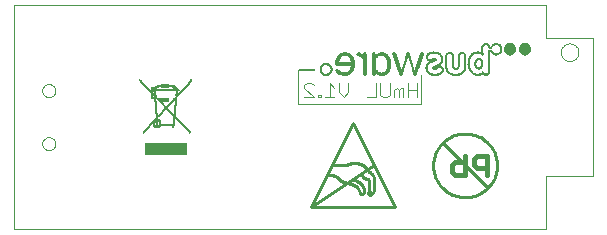
<source format=gbo>
G75*
%MOIN*%
%OFA0B0*%
%FSLAX24Y24*%
%IPPOS*%
%LPD*%
%AMOC8*
5,1,8,0,0,1.08239X$1,22.5*
%
%ADD10C,0.0000*%
%ADD11R,0.1423X0.0003*%
%ADD12R,0.1423X0.0002*%
%ADD13R,0.0003X0.0003*%
%ADD14R,0.0007X0.0002*%
%ADD15R,0.0012X0.0003*%
%ADD16R,0.0010X0.0003*%
%ADD17R,0.0017X0.0002*%
%ADD18R,0.0022X0.0003*%
%ADD19R,0.0020X0.0003*%
%ADD20R,0.0027X0.0002*%
%ADD21R,0.0032X0.0003*%
%ADD22R,0.0030X0.0003*%
%ADD23R,0.0037X0.0002*%
%ADD24R,0.0035X0.0002*%
%ADD25R,0.0045X0.0003*%
%ADD26R,0.0040X0.0003*%
%ADD27R,0.0050X0.0002*%
%ADD28R,0.0045X0.0002*%
%ADD29R,0.0055X0.0003*%
%ADD30R,0.0050X0.0003*%
%ADD31R,0.0060X0.0002*%
%ADD32R,0.0055X0.0002*%
%ADD33R,0.0065X0.0003*%
%ADD34R,0.0060X0.0003*%
%ADD35R,0.0065X0.0002*%
%ADD36R,0.0062X0.0003*%
%ADD37R,0.0062X0.0002*%
%ADD38R,0.0063X0.0003*%
%ADD39R,0.0067X0.0002*%
%ADD40R,0.0063X0.0002*%
%ADD41R,0.0090X0.0002*%
%ADD42R,0.0090X0.0003*%
%ADD43R,0.0085X0.0002*%
%ADD44R,0.0095X0.0003*%
%ADD45R,0.0110X0.0002*%
%ADD46R,0.0120X0.0003*%
%ADD47R,0.0132X0.0002*%
%ADD48R,0.0140X0.0003*%
%ADD49R,0.0150X0.0002*%
%ADD50R,0.0157X0.0003*%
%ADD51R,0.0165X0.0002*%
%ADD52R,0.0170X0.0003*%
%ADD53R,0.0177X0.0002*%
%ADD54R,0.0182X0.0003*%
%ADD55R,0.0190X0.0002*%
%ADD56R,0.0195X0.0003*%
%ADD57R,0.0200X0.0002*%
%ADD58R,0.0205X0.0003*%
%ADD59R,0.0210X0.0002*%
%ADD60R,0.0215X0.0003*%
%ADD61R,0.0217X0.0002*%
%ADD62R,0.0222X0.0003*%
%ADD63R,0.0227X0.0002*%
%ADD64R,0.0230X0.0003*%
%ADD65R,0.0235X0.0002*%
%ADD66R,0.0237X0.0003*%
%ADD67R,0.0240X0.0002*%
%ADD68R,0.0245X0.0003*%
%ADD69R,0.0113X0.0002*%
%ADD70R,0.0543X0.0003*%
%ADD71R,0.0102X0.0003*%
%ADD72R,0.0543X0.0002*%
%ADD73R,0.0097X0.0002*%
%ADD74R,0.0537X0.0003*%
%ADD75R,0.0093X0.0003*%
%ADD76R,0.0537X0.0002*%
%ADD77R,0.0533X0.0003*%
%ADD78R,0.0087X0.0003*%
%ADD79R,0.0532X0.0002*%
%ADD80R,0.0530X0.0003*%
%ADD81R,0.0085X0.0003*%
%ADD82R,0.0525X0.0002*%
%ADD83R,0.0083X0.0002*%
%ADD84R,0.0522X0.0003*%
%ADD85R,0.0080X0.0003*%
%ADD86R,0.0522X0.0002*%
%ADD87R,0.0080X0.0002*%
%ADD88R,0.0520X0.0003*%
%ADD89R,0.0077X0.0003*%
%ADD90R,0.0520X0.0002*%
%ADD91R,0.0077X0.0002*%
%ADD92R,0.0517X0.0003*%
%ADD93R,0.0057X0.0003*%
%ADD94R,0.0517X0.0002*%
%ADD95R,0.0075X0.0002*%
%ADD96R,0.0515X0.0003*%
%ADD97R,0.0067X0.0003*%
%ADD98R,0.0073X0.0003*%
%ADD99R,0.0515X0.0002*%
%ADD100R,0.0073X0.0002*%
%ADD101R,0.0513X0.0003*%
%ADD102R,0.0075X0.0003*%
%ADD103R,0.0513X0.0002*%
%ADD104R,0.0082X0.0002*%
%ADD105R,0.0072X0.0002*%
%ADD106R,0.0070X0.0003*%
%ADD107R,0.0072X0.0003*%
%ADD108R,0.0087X0.0002*%
%ADD109R,0.0070X0.0002*%
%ADD110R,0.0047X0.0003*%
%ADD111R,0.0047X0.0002*%
%ADD112R,0.0092X0.0002*%
%ADD113R,0.0092X0.0003*%
%ADD114R,0.0095X0.0002*%
%ADD115R,0.0097X0.0003*%
%ADD116R,0.0133X0.0002*%
%ADD117R,0.0130X0.0003*%
%ADD118R,0.0130X0.0002*%
%ADD119R,0.0127X0.0003*%
%ADD120R,0.0125X0.0002*%
%ADD121R,0.0082X0.0003*%
%ADD122R,0.0125X0.0003*%
%ADD123R,0.0122X0.0002*%
%ADD124R,0.0123X0.0003*%
%ADD125R,0.0120X0.0002*%
%ADD126R,0.0117X0.0003*%
%ADD127R,0.0117X0.0002*%
%ADD128R,0.0035X0.0003*%
%ADD129R,0.0022X0.0002*%
%ADD130R,0.0083X0.0003*%
%ADD131R,0.0115X0.0003*%
%ADD132R,0.0093X0.0002*%
%ADD133R,0.0123X0.0002*%
%ADD134R,0.0122X0.0003*%
%ADD135R,0.0100X0.0002*%
%ADD136R,0.0127X0.0002*%
%ADD137R,0.0105X0.0003*%
%ADD138R,0.0273X0.0002*%
%ADD139R,0.0267X0.0003*%
%ADD140R,0.0263X0.0002*%
%ADD141R,0.0260X0.0003*%
%ADD142R,0.0255X0.0002*%
%ADD143R,0.0250X0.0003*%
%ADD144R,0.0245X0.0002*%
%ADD145R,0.0243X0.0003*%
%ADD146R,0.0235X0.0003*%
%ADD147R,0.0230X0.0002*%
%ADD148R,0.0225X0.0003*%
%ADD149R,0.0220X0.0002*%
%ADD150R,0.0203X0.0003*%
%ADD151R,0.0193X0.0003*%
%ADD152R,0.0187X0.0002*%
%ADD153R,0.0180X0.0003*%
%ADD154R,0.0167X0.0003*%
%ADD155R,0.0163X0.0002*%
%ADD156R,0.0153X0.0003*%
%ADD157R,0.0147X0.0002*%
%ADD158R,0.0135X0.0003*%
%ADD159R,0.0110X0.0003*%
%ADD160R,0.0107X0.0003*%
%ADD161R,0.0102X0.0002*%
%ADD162R,0.0100X0.0003*%
%ADD163R,0.0103X0.0003*%
%ADD164R,0.0105X0.0002*%
%ADD165R,0.0115X0.0002*%
%ADD166R,0.0107X0.0002*%
%ADD167R,0.0323X0.0002*%
%ADD168R,0.0325X0.0003*%
%ADD169R,0.0327X0.0002*%
%ADD170R,0.0330X0.0003*%
%ADD171R,0.0333X0.0002*%
%ADD172R,0.0333X0.0003*%
%ADD173R,0.0337X0.0002*%
%ADD174R,0.0337X0.0003*%
%ADD175R,0.0343X0.0002*%
%ADD176R,0.0343X0.0003*%
%ADD177R,0.0347X0.0002*%
%ADD178R,0.0347X0.0003*%
%ADD179R,0.0353X0.0002*%
%ADD180R,0.0353X0.0003*%
%ADD181R,0.0357X0.0002*%
%ADD182R,0.0357X0.0003*%
%ADD183R,0.0360X0.0002*%
%ADD184R,0.0363X0.0003*%
%ADD185R,0.0365X0.0002*%
%ADD186R,0.0303X0.0003*%
%ADD187R,0.0303X0.0002*%
%ADD188R,0.0165X0.0003*%
%ADD189R,0.0223X0.0003*%
%ADD190R,0.0223X0.0002*%
%ADD191R,0.0217X0.0003*%
%ADD192R,0.0213X0.0002*%
%ADD193R,0.0210X0.0003*%
%ADD194R,0.0207X0.0002*%
%ADD195R,0.0203X0.0002*%
%ADD196R,0.0200X0.0003*%
%ADD197R,0.0197X0.0002*%
%ADD198R,0.0193X0.0002*%
%ADD199R,0.0190X0.0003*%
%ADD200R,0.0043X0.0003*%
%ADD201R,0.0043X0.0002*%
%ADD202R,0.0112X0.0002*%
%ADD203R,0.0040X0.0002*%
%ADD204R,0.0920X0.0002*%
%ADD205R,0.0923X0.0003*%
%ADD206R,0.0927X0.0002*%
%ADD207R,0.0927X0.0003*%
%ADD208R,0.0933X0.0002*%
%ADD209R,0.0933X0.0003*%
%ADD210R,0.0935X0.0002*%
%ADD211R,0.0937X0.0003*%
%ADD212R,0.0937X0.0002*%
%ADD213R,0.0940X0.0003*%
%ADD214R,0.0943X0.0002*%
%ADD215R,0.0943X0.0003*%
%ADD216R,0.0945X0.0002*%
%ADD217R,0.0945X0.0003*%
%ADD218R,0.0947X0.0002*%
%ADD219R,0.0947X0.0003*%
%ADD220R,0.0145X0.0003*%
%ADD221R,0.0147X0.0003*%
%ADD222R,0.0052X0.0002*%
%ADD223R,0.0153X0.0002*%
%ADD224R,0.0155X0.0003*%
%ADD225R,0.0157X0.0002*%
%ADD226R,0.0057X0.0002*%
%ADD227R,0.0160X0.0002*%
%ADD228R,0.0160X0.0003*%
%ADD229R,0.0167X0.0002*%
%ADD230R,0.0173X0.0002*%
%ADD231R,0.0175X0.0003*%
%ADD232R,0.0152X0.0003*%
%ADD233R,0.0152X0.0002*%
%ADD234R,0.0142X0.0003*%
%ADD235R,0.0142X0.0002*%
%ADD236R,0.0103X0.0002*%
%ADD237R,0.0137X0.0003*%
%ADD238R,0.0135X0.0002*%
%ADD239R,0.0132X0.0003*%
%ADD240R,0.0143X0.0002*%
%ADD241R,0.0170X0.0002*%
%ADD242R,0.0407X0.0003*%
%ADD243R,0.0205X0.0002*%
%ADD244R,0.0405X0.0002*%
%ADD245R,0.0227X0.0003*%
%ADD246R,0.0042X0.0003*%
%ADD247R,0.0267X0.0002*%
%ADD248R,0.0262X0.0003*%
%ADD249R,0.0260X0.0002*%
%ADD250R,0.0185X0.0003*%
%ADD251R,0.0560X0.0002*%
%ADD252R,0.0547X0.0003*%
%ADD253R,0.0527X0.0003*%
%ADD254R,0.0430X0.0002*%
%ADD255R,0.0402X0.0003*%
%ADD256R,0.0380X0.0002*%
%ADD257R,0.0340X0.0003*%
%ADD258R,0.0310X0.0002*%
%ADD259R,0.0277X0.0003*%
%ADD260R,0.0257X0.0002*%
%ADD261R,0.0053X0.0003*%
%ADD262R,0.0037X0.0003*%
%ADD263R,0.0033X0.0003*%
%ADD264R,0.0030X0.0002*%
%ADD265R,0.0027X0.0003*%
%ADD266R,0.0025X0.0002*%
%ADD267R,0.0023X0.0003*%
%ADD268R,0.0023X0.0002*%
%ADD269R,0.0020X0.0002*%
%ADD270R,0.0017X0.0003*%
%ADD271R,0.0015X0.0002*%
%ADD272R,0.0015X0.0003*%
%ADD273R,0.0013X0.0002*%
%ADD274R,0.0005X0.0003*%
%ADD275R,0.0003X0.0002*%
%ADD276C,0.0040*%
%ADD277R,0.4120X0.0005*%
%ADD278R,0.0030X0.0005*%
%ADD279R,0.0090X0.0005*%
%ADD280R,0.0120X0.0005*%
%ADD281R,0.0105X0.0005*%
%ADD282R,0.0075X0.0005*%
%ADD283R,0.0035X0.0005*%
%ADD284R,0.0145X0.0005*%
%ADD285R,0.0185X0.0005*%
%ADD286R,0.0165X0.0005*%
%ADD287R,0.0045X0.0005*%
%ADD288R,0.0125X0.0005*%
%ADD289R,0.0115X0.0005*%
%ADD290R,0.0175X0.0005*%
%ADD291R,0.0230X0.0005*%
%ADD292R,0.0200X0.0005*%
%ADD293R,0.0060X0.0005*%
%ADD294R,0.0065X0.0005*%
%ADD295R,0.0155X0.0005*%
%ADD296R,0.0170X0.0005*%
%ADD297R,0.0205X0.0005*%
%ADD298R,0.0270X0.0005*%
%ADD299R,0.0235X0.0005*%
%ADD300R,0.0070X0.0005*%
%ADD301R,0.0210X0.0005*%
%ADD302R,0.0130X0.0005*%
%ADD303R,0.0295X0.0005*%
%ADD304R,0.0080X0.0005*%
%ADD305R,0.0085X0.0005*%
%ADD306R,0.0215X0.0005*%
%ADD307R,0.0245X0.0005*%
%ADD308R,0.0190X0.0005*%
%ADD309R,0.0150X0.0005*%
%ADD310R,0.0250X0.0005*%
%ADD311R,0.0320X0.0005*%
%ADD312R,0.0095X0.0005*%
%ADD313R,0.0240X0.0005*%
%ADD314R,0.0275X0.0005*%
%ADD315R,0.0345X0.0005*%
%ADD316R,0.0315X0.0005*%
%ADD317R,0.0100X0.0005*%
%ADD318R,0.0260X0.0005*%
%ADD319R,0.0225X0.0005*%
%ADD320R,0.0180X0.0005*%
%ADD321R,0.0290X0.0005*%
%ADD322R,0.0370X0.0005*%
%ADD323R,0.0340X0.0005*%
%ADD324R,0.0280X0.0005*%
%ADD325R,0.0305X0.0005*%
%ADD326R,0.0390X0.0005*%
%ADD327R,0.0360X0.0005*%
%ADD328R,0.0110X0.0005*%
%ADD329R,0.0255X0.0005*%
%ADD330R,0.0525X0.0005*%
%ADD331R,0.0405X0.0005*%
%ADD332R,0.0380X0.0005*%
%ADD333R,0.0310X0.0005*%
%ADD334R,0.0265X0.0005*%
%ADD335R,0.0330X0.0005*%
%ADD336R,0.0140X0.0005*%
%ADD337R,0.0160X0.0005*%
%ADD338R,0.0325X0.0005*%
%ADD339R,0.0375X0.0005*%
%ADD340R,0.0335X0.0005*%
%ADD341R,0.0395X0.0005*%
%ADD342R,0.0350X0.0005*%
%ADD343R,0.0365X0.0005*%
%ADD344R,0.0425X0.0005*%
%ADD345R,0.0435X0.0005*%
%ADD346R,0.0135X0.0005*%
%ADD347R,0.0445X0.0005*%
%ADD348R,0.0460X0.0005*%
%ADD349R,0.0055X0.0005*%
%ADD350R,0.0400X0.0005*%
%ADD351R,0.0470X0.0005*%
%ADD352R,0.0040X0.0005*%
%ADD353R,0.0050X0.0005*%
%ADD354R,0.0025X0.0005*%
%ADD355R,0.0020X0.0005*%
%ADD356R,0.0010X0.0005*%
%ADD357R,0.0005X0.0005*%
%ADD358R,0.0195X0.0005*%
%ADD359R,0.0555X0.0005*%
%ADD360R,0.0570X0.0005*%
%ADD361R,0.0600X0.0005*%
%ADD362R,0.0610X0.0005*%
%ADD363R,0.0615X0.0005*%
%ADD364R,0.0620X0.0005*%
%ADD365R,0.0625X0.0005*%
%ADD366R,0.0635X0.0005*%
%ADD367R,0.0640X0.0005*%
%ADD368R,0.0220X0.0005*%
%ADD369R,0.0430X0.0005*%
%ADD370R,0.0420X0.0005*%
%ADD371R,0.0015X0.0005*%
%ADD372R,0.0410X0.0005*%
%ADD373R,0.0385X0.0005*%
%ADD374R,0.0300X0.0005*%
%ADD375R,0.0285X0.0005*%
%ADD376R,0.0355X0.0005*%
%ADD377C,0.0100*%
%ADD378C,0.0160*%
D10*
X006209Y005967D02*
X023925Y005967D01*
X023925Y007739D01*
X025500Y007739D01*
X025500Y012363D01*
X023925Y012363D01*
X023925Y013447D01*
X006209Y013447D01*
X006209Y005967D01*
X007133Y008821D02*
X007135Y008850D01*
X007141Y008878D01*
X007150Y008906D01*
X007163Y008932D01*
X007180Y008955D01*
X007199Y008977D01*
X007221Y008996D01*
X007246Y009011D01*
X007272Y009024D01*
X007300Y009032D01*
X007328Y009037D01*
X007357Y009038D01*
X007386Y009035D01*
X007414Y009028D01*
X007441Y009018D01*
X007467Y009004D01*
X007490Y008987D01*
X007511Y008967D01*
X007529Y008944D01*
X007544Y008919D01*
X007555Y008892D01*
X007563Y008864D01*
X007567Y008835D01*
X007567Y008807D01*
X007563Y008778D01*
X007555Y008750D01*
X007544Y008723D01*
X007529Y008698D01*
X007511Y008675D01*
X007490Y008655D01*
X007467Y008638D01*
X007441Y008624D01*
X007414Y008614D01*
X007386Y008607D01*
X007357Y008604D01*
X007328Y008605D01*
X007300Y008610D01*
X007272Y008618D01*
X007246Y008631D01*
X007221Y008646D01*
X007199Y008665D01*
X007180Y008687D01*
X007163Y008710D01*
X007150Y008736D01*
X007141Y008764D01*
X007135Y008792D01*
X007133Y008821D01*
X007133Y010593D02*
X007135Y010622D01*
X007141Y010650D01*
X007150Y010678D01*
X007163Y010704D01*
X007180Y010727D01*
X007199Y010749D01*
X007221Y010768D01*
X007246Y010783D01*
X007272Y010796D01*
X007300Y010804D01*
X007328Y010809D01*
X007357Y010810D01*
X007386Y010807D01*
X007414Y010800D01*
X007441Y010790D01*
X007467Y010776D01*
X007490Y010759D01*
X007511Y010739D01*
X007529Y010716D01*
X007544Y010691D01*
X007555Y010664D01*
X007563Y010636D01*
X007567Y010607D01*
X007567Y010579D01*
X007563Y010550D01*
X007555Y010522D01*
X007544Y010495D01*
X007529Y010470D01*
X007511Y010447D01*
X007490Y010427D01*
X007467Y010410D01*
X007441Y010396D01*
X007414Y010386D01*
X007386Y010379D01*
X007357Y010376D01*
X007328Y010377D01*
X007300Y010382D01*
X007272Y010390D01*
X007246Y010403D01*
X007221Y010418D01*
X007199Y010437D01*
X007180Y010459D01*
X007163Y010482D01*
X007150Y010508D01*
X007141Y010536D01*
X007135Y010564D01*
X007133Y010593D01*
X024418Y011872D02*
X024420Y011906D01*
X024426Y011940D01*
X024436Y011973D01*
X024449Y012004D01*
X024467Y012034D01*
X024487Y012062D01*
X024511Y012087D01*
X024537Y012109D01*
X024565Y012127D01*
X024596Y012143D01*
X024628Y012155D01*
X024662Y012163D01*
X024696Y012167D01*
X024730Y012167D01*
X024764Y012163D01*
X024798Y012155D01*
X024830Y012143D01*
X024860Y012127D01*
X024889Y012109D01*
X024915Y012087D01*
X024939Y012062D01*
X024959Y012034D01*
X024977Y012004D01*
X024990Y011973D01*
X025000Y011940D01*
X025006Y011906D01*
X025008Y011872D01*
X025006Y011838D01*
X025000Y011804D01*
X024990Y011771D01*
X024977Y011740D01*
X024959Y011710D01*
X024939Y011682D01*
X024915Y011657D01*
X024889Y011635D01*
X024861Y011617D01*
X024830Y011601D01*
X024798Y011589D01*
X024764Y011581D01*
X024730Y011577D01*
X024696Y011577D01*
X024662Y011581D01*
X024628Y011589D01*
X024596Y011601D01*
X024565Y011617D01*
X024537Y011635D01*
X024511Y011657D01*
X024487Y011682D01*
X024467Y011710D01*
X024449Y011740D01*
X024436Y011771D01*
X024426Y011804D01*
X024420Y011838D01*
X024418Y011872D01*
D11*
X011255Y008805D03*
X011255Y008800D03*
X011255Y008795D03*
X011255Y008790D03*
X011255Y008785D03*
X011255Y008780D03*
X011255Y008775D03*
X011255Y008770D03*
X011255Y008765D03*
X011255Y008760D03*
X011255Y008755D03*
X011255Y008750D03*
X011255Y008745D03*
X011255Y008740D03*
X011255Y008735D03*
X011255Y008730D03*
X011255Y008725D03*
X011255Y008720D03*
X011255Y008715D03*
X011255Y008710D03*
X011255Y008705D03*
X011255Y008700D03*
X011255Y008695D03*
X011255Y008690D03*
X011255Y008685D03*
X011255Y008680D03*
X011255Y008675D03*
X011255Y008670D03*
X011255Y008665D03*
X011255Y008660D03*
X011255Y008655D03*
X011255Y008650D03*
X011255Y008645D03*
X011255Y008640D03*
X011255Y008635D03*
X011255Y008630D03*
X011255Y008625D03*
X011255Y008620D03*
X011255Y008615D03*
X011255Y008610D03*
X011255Y008605D03*
X011255Y008600D03*
X011255Y008595D03*
X011255Y008590D03*
X011255Y008585D03*
X011255Y008580D03*
X011255Y008575D03*
X011255Y008570D03*
X011255Y008565D03*
X011255Y008560D03*
X011255Y008555D03*
X011255Y008550D03*
X011255Y008545D03*
X011255Y008540D03*
X011255Y008535D03*
X011255Y008530D03*
X011255Y008525D03*
X011255Y008520D03*
X011255Y008515D03*
X011255Y008510D03*
X011255Y008505D03*
X011255Y008500D03*
X011255Y008495D03*
X011255Y008490D03*
X011255Y008485D03*
X011255Y008480D03*
X011255Y008475D03*
X011255Y008470D03*
X011255Y008465D03*
X011255Y008460D03*
X011255Y008455D03*
D12*
X011255Y008457D03*
X011255Y008462D03*
X011255Y008467D03*
X011255Y008472D03*
X011255Y008477D03*
X011255Y008482D03*
X011255Y008487D03*
X011255Y008492D03*
X011255Y008497D03*
X011255Y008502D03*
X011255Y008507D03*
X011255Y008512D03*
X011255Y008517D03*
X011255Y008522D03*
X011255Y008527D03*
X011255Y008532D03*
X011255Y008537D03*
X011255Y008542D03*
X011255Y008547D03*
X011255Y008552D03*
X011255Y008557D03*
X011255Y008562D03*
X011255Y008567D03*
X011255Y008572D03*
X011255Y008577D03*
X011255Y008582D03*
X011255Y008587D03*
X011255Y008592D03*
X011255Y008597D03*
X011255Y008602D03*
X011255Y008607D03*
X011255Y008612D03*
X011255Y008617D03*
X011255Y008622D03*
X011255Y008627D03*
X011255Y008632D03*
X011255Y008637D03*
X011255Y008642D03*
X011255Y008647D03*
X011255Y008652D03*
X011255Y008657D03*
X011255Y008662D03*
X011255Y008667D03*
X011255Y008672D03*
X011255Y008677D03*
X011255Y008682D03*
X011255Y008687D03*
X011255Y008692D03*
X011255Y008697D03*
X011255Y008702D03*
X011255Y008707D03*
X011255Y008712D03*
X011255Y008717D03*
X011255Y008722D03*
X011255Y008727D03*
X011255Y008732D03*
X011255Y008737D03*
X011255Y008742D03*
X011255Y008747D03*
X011255Y008752D03*
X011255Y008757D03*
X011255Y008762D03*
X011255Y008767D03*
X011255Y008772D03*
X011255Y008777D03*
X011255Y008782D03*
X011255Y008787D03*
X011255Y008792D03*
X011255Y008797D03*
X011255Y008802D03*
X011255Y008807D03*
D13*
X012050Y009160D03*
X010520Y009160D03*
D14*
X010520Y009162D03*
X012053Y009162D03*
X012108Y010927D03*
X010403Y010927D03*
D15*
X012053Y009165D03*
D16*
X010519Y009165D03*
X010404Y010925D03*
X012106Y010925D03*
D17*
X012103Y010917D03*
X012053Y009167D03*
X010520Y009167D03*
D18*
X012053Y009170D03*
D19*
X010519Y009170D03*
D20*
X010520Y009172D03*
X010968Y009427D03*
X012053Y009172D03*
X012098Y010907D03*
D21*
X012053Y009175D03*
D22*
X010519Y009175D03*
D23*
X010968Y009332D03*
X012053Y009177D03*
D24*
X010519Y009177D03*
X010416Y010897D03*
X012094Y010897D03*
D25*
X011619Y010560D03*
X011619Y010555D03*
X011619Y010550D03*
X011619Y010545D03*
X011616Y010540D03*
X011616Y010535D03*
X011616Y010530D03*
X011616Y010525D03*
X011616Y010520D03*
X011614Y010505D03*
X011614Y010500D03*
X011614Y010495D03*
X011614Y010490D03*
X011614Y010485D03*
X011611Y010480D03*
X011611Y010475D03*
X011611Y010470D03*
X011611Y010465D03*
X011609Y010445D03*
X011609Y010440D03*
X011609Y010435D03*
X011609Y010430D03*
X011606Y010420D03*
X011596Y010290D03*
X011594Y010270D03*
X011594Y010265D03*
X011594Y010260D03*
X011594Y010255D03*
X011591Y010245D03*
X011591Y010240D03*
X011591Y010235D03*
X011591Y010230D03*
X011589Y010210D03*
X011589Y010205D03*
X011589Y010200D03*
X011589Y010195D03*
X011586Y010190D03*
X011586Y010185D03*
X011586Y010180D03*
X011586Y010175D03*
X011586Y010170D03*
X011584Y010155D03*
X011584Y010150D03*
X011584Y010145D03*
X011584Y010140D03*
X011584Y010135D03*
X011581Y010130D03*
X011581Y010125D03*
X011581Y010120D03*
X011581Y010115D03*
X011579Y010095D03*
X011579Y010090D03*
X011579Y010085D03*
X011579Y010080D03*
X011576Y010070D03*
X011576Y010065D03*
X011576Y010060D03*
X011576Y010055D03*
X011574Y010035D03*
X011574Y010030D03*
X011574Y010025D03*
X011574Y010020D03*
X011571Y010015D03*
X011571Y010010D03*
X011571Y010005D03*
X011571Y010000D03*
X011571Y009995D03*
X011569Y009980D03*
X011569Y009975D03*
X011569Y009970D03*
X011569Y009965D03*
X011569Y009960D03*
X011566Y009955D03*
X011566Y009950D03*
X011566Y009945D03*
X011566Y009940D03*
X011564Y009920D03*
X011564Y009915D03*
X011564Y009910D03*
X011564Y009905D03*
X011561Y009895D03*
X011561Y009890D03*
X011561Y009885D03*
X011561Y009880D03*
X011559Y009860D03*
X011559Y009855D03*
X011559Y009850D03*
X011559Y009845D03*
X011556Y009835D03*
X011556Y009830D03*
X011556Y009825D03*
X011556Y009820D03*
X011554Y009800D03*
X011554Y009795D03*
X011554Y009790D03*
X011554Y009785D03*
X011551Y009780D03*
X011551Y009775D03*
X011551Y009770D03*
X011541Y009660D03*
X011541Y009655D03*
X011541Y009650D03*
X011541Y009645D03*
X011539Y009625D03*
X011539Y009620D03*
X011539Y009615D03*
X011539Y009610D03*
X011536Y009605D03*
X011536Y009600D03*
X011536Y009595D03*
X011536Y009590D03*
X011536Y009585D03*
X011534Y009570D03*
X011534Y009565D03*
X011534Y009560D03*
X011534Y009555D03*
X011534Y009550D03*
X011531Y009545D03*
X011531Y009540D03*
X011531Y009535D03*
X011531Y009530D03*
X011529Y009510D03*
X011529Y009505D03*
X011529Y009500D03*
X011529Y009495D03*
X011526Y009485D03*
X011526Y009480D03*
X011526Y009475D03*
X011526Y009470D03*
X011524Y009450D03*
X012054Y009180D03*
X010951Y009720D03*
X010949Y009725D03*
X010949Y009730D03*
X010949Y009735D03*
X010949Y009740D03*
X010949Y009745D03*
X010946Y009765D03*
X010946Y009770D03*
X010946Y009775D03*
X010946Y009780D03*
X010944Y009790D03*
X010944Y009795D03*
X010944Y009800D03*
X010944Y009805D03*
X010941Y009825D03*
X010941Y009830D03*
X010941Y009835D03*
X010941Y009840D03*
X010941Y009845D03*
X010939Y009850D03*
X010939Y009855D03*
X010939Y009860D03*
X010939Y009865D03*
X010939Y009870D03*
X010936Y009885D03*
X010936Y009890D03*
X010936Y009895D03*
X010936Y009900D03*
X010936Y009905D03*
X010934Y009910D03*
X010934Y009915D03*
X010934Y009920D03*
X010934Y009925D03*
X010934Y009930D03*
X010931Y009950D03*
X010931Y009955D03*
X010931Y009960D03*
X010931Y009965D03*
X010929Y009975D03*
X010929Y009980D03*
X010929Y009985D03*
X010929Y009990D03*
X010926Y010010D03*
X010926Y010015D03*
X010926Y010020D03*
X010926Y010025D03*
X010926Y010030D03*
X010924Y010035D03*
X010924Y010040D03*
X010924Y010045D03*
X010924Y010050D03*
X010921Y010070D03*
X010921Y010075D03*
X010921Y010080D03*
X010921Y010085D03*
X010921Y010090D03*
X010919Y010095D03*
X010919Y010100D03*
X010919Y010105D03*
X010919Y010110D03*
X010919Y010115D03*
X010916Y010135D03*
X010916Y010140D03*
X010916Y010145D03*
X010916Y010150D03*
X010914Y010160D03*
X010914Y010165D03*
X010914Y010170D03*
X010914Y010175D03*
X010911Y010195D03*
X010911Y010200D03*
X010911Y010205D03*
X010911Y010210D03*
X010909Y010220D03*
X010909Y010225D03*
X010909Y010230D03*
X010909Y010235D03*
X010906Y010255D03*
X010906Y010260D03*
X010906Y010265D03*
X010906Y010270D03*
X010906Y010275D03*
X010904Y010280D03*
X010904Y010285D03*
X010904Y010290D03*
X010904Y010295D03*
X010904Y010300D03*
X010886Y010505D03*
X010886Y010510D03*
X010886Y010515D03*
X010886Y010520D03*
X010884Y010525D03*
X010884Y010530D03*
X010884Y010535D03*
X010884Y010540D03*
X010884Y010545D03*
X010881Y010565D03*
D26*
X010966Y009430D03*
X010519Y009180D03*
D27*
X010966Y009432D03*
X012054Y009182D03*
X011626Y010632D03*
X012086Y010882D03*
X010424Y010882D03*
D28*
X010421Y010887D03*
X010881Y010562D03*
X010884Y010542D03*
X010884Y010537D03*
X010884Y010532D03*
X010884Y010527D03*
X010886Y010517D03*
X010886Y010512D03*
X010886Y010507D03*
X010886Y010502D03*
X010904Y010297D03*
X010904Y010292D03*
X010904Y010287D03*
X010904Y010282D03*
X010906Y010272D03*
X010906Y010267D03*
X010906Y010262D03*
X010906Y010257D03*
X010909Y010237D03*
X010909Y010232D03*
X010909Y010227D03*
X010909Y010222D03*
X010911Y010212D03*
X010911Y010207D03*
X010911Y010202D03*
X010911Y010197D03*
X010914Y010177D03*
X010914Y010172D03*
X010914Y010167D03*
X010914Y010162D03*
X010914Y010157D03*
X010916Y010152D03*
X010916Y010147D03*
X010916Y010142D03*
X010916Y010137D03*
X010916Y010132D03*
X010919Y010112D03*
X010919Y010107D03*
X010919Y010102D03*
X010919Y010097D03*
X010921Y010087D03*
X010921Y010082D03*
X010921Y010077D03*
X010921Y010072D03*
X010924Y010052D03*
X010924Y010047D03*
X010924Y010042D03*
X010924Y010037D03*
X010926Y010027D03*
X010926Y010022D03*
X010926Y010017D03*
X010926Y010012D03*
X010929Y009992D03*
X010929Y009987D03*
X010929Y009982D03*
X010929Y009977D03*
X010929Y009972D03*
X010931Y009967D03*
X010931Y009962D03*
X010931Y009957D03*
X010931Y009952D03*
X010931Y009947D03*
X010934Y009927D03*
X010934Y009922D03*
X010934Y009917D03*
X010934Y009912D03*
X010936Y009902D03*
X010936Y009897D03*
X010936Y009892D03*
X010936Y009887D03*
X010939Y009867D03*
X010939Y009862D03*
X010939Y009857D03*
X010939Y009852D03*
X010941Y009842D03*
X010941Y009837D03*
X010941Y009832D03*
X010941Y009827D03*
X010944Y009807D03*
X010944Y009802D03*
X010944Y009797D03*
X010944Y009792D03*
X010944Y009787D03*
X010946Y009782D03*
X010946Y009777D03*
X010946Y009772D03*
X010946Y009767D03*
X010946Y009762D03*
X010949Y009742D03*
X010949Y009737D03*
X010949Y009732D03*
X010949Y009727D03*
X010951Y009717D03*
X011541Y009657D03*
X011541Y009652D03*
X011541Y009647D03*
X011539Y009627D03*
X011539Y009622D03*
X011539Y009617D03*
X011539Y009612D03*
X011536Y009602D03*
X011536Y009597D03*
X011536Y009592D03*
X011536Y009587D03*
X011534Y009567D03*
X011534Y009562D03*
X011534Y009557D03*
X011534Y009552D03*
X011531Y009542D03*
X011531Y009537D03*
X011531Y009532D03*
X011531Y009527D03*
X011529Y009507D03*
X011529Y009502D03*
X011529Y009497D03*
X011529Y009492D03*
X011526Y009487D03*
X011526Y009482D03*
X011526Y009477D03*
X011526Y009472D03*
X011524Y009452D03*
X011551Y009767D03*
X011551Y009772D03*
X011551Y009777D03*
X011554Y009787D03*
X011554Y009792D03*
X011554Y009797D03*
X011554Y009802D03*
X011556Y009822D03*
X011556Y009827D03*
X011556Y009832D03*
X011556Y009837D03*
X011559Y009842D03*
X011559Y009847D03*
X011559Y009852D03*
X011559Y009857D03*
X011559Y009862D03*
X011561Y009877D03*
X011561Y009882D03*
X011561Y009887D03*
X011561Y009892D03*
X011561Y009897D03*
X011564Y009902D03*
X011564Y009907D03*
X011564Y009912D03*
X011564Y009917D03*
X011566Y009937D03*
X011566Y009942D03*
X011566Y009947D03*
X011566Y009952D03*
X011569Y009962D03*
X011569Y009967D03*
X011569Y009972D03*
X011569Y009977D03*
X011571Y009997D03*
X011571Y010002D03*
X011571Y010007D03*
X011571Y010012D03*
X011574Y010022D03*
X011574Y010027D03*
X011574Y010032D03*
X011574Y010037D03*
X011576Y010057D03*
X011576Y010062D03*
X011576Y010067D03*
X011576Y010072D03*
X011579Y010077D03*
X011579Y010082D03*
X011579Y010087D03*
X011579Y010092D03*
X011581Y010112D03*
X011581Y010117D03*
X011581Y010122D03*
X011581Y010127D03*
X011584Y010137D03*
X011584Y010142D03*
X011584Y010147D03*
X011584Y010152D03*
X011586Y010172D03*
X011586Y010177D03*
X011586Y010182D03*
X011586Y010187D03*
X011589Y010197D03*
X011589Y010202D03*
X011589Y010207D03*
X011589Y010212D03*
X011591Y010232D03*
X011591Y010237D03*
X011591Y010242D03*
X011591Y010247D03*
X011594Y010252D03*
X011594Y010257D03*
X011594Y010262D03*
X011594Y010267D03*
X011596Y010287D03*
X011606Y010422D03*
X011609Y010427D03*
X011609Y010432D03*
X011609Y010437D03*
X011609Y010442D03*
X011611Y010462D03*
X011611Y010467D03*
X011611Y010472D03*
X011611Y010477D03*
X011611Y010482D03*
X011614Y010487D03*
X011614Y010492D03*
X011614Y010497D03*
X011614Y010502D03*
X011616Y010522D03*
X011616Y010527D03*
X011616Y010532D03*
X011616Y010537D03*
X011619Y010547D03*
X011619Y010552D03*
X011619Y010557D03*
X011619Y010562D03*
X012089Y010887D03*
X010519Y009182D03*
D29*
X010966Y009515D03*
X012054Y009185D03*
X011621Y010640D03*
D30*
X011624Y010635D03*
X011626Y010630D03*
X010829Y010690D03*
X010829Y010565D03*
X010519Y009185D03*
D31*
X011064Y009777D03*
X011091Y009807D03*
X011129Y009847D03*
X011156Y009877D03*
X011194Y009917D03*
X011199Y009922D03*
X011221Y009947D03*
X011306Y010037D03*
X011324Y010057D03*
X011329Y010062D03*
X011334Y010067D03*
X011366Y010102D03*
X011371Y010107D03*
X011389Y010127D03*
X011394Y010132D03*
X011399Y010137D03*
X011431Y010172D03*
X011436Y010177D03*
X011441Y010182D03*
X011454Y010197D03*
X011459Y010202D03*
X011464Y010207D03*
X011496Y010242D03*
X011501Y010247D03*
X011506Y010252D03*
X011519Y010267D03*
X011524Y010272D03*
X011529Y010277D03*
X011534Y010282D03*
X011594Y010347D03*
X011599Y010352D03*
X011664Y010422D03*
X011669Y010427D03*
X011691Y010452D03*
X011696Y010457D03*
X011701Y010462D03*
X011706Y010467D03*
X011719Y010482D03*
X011724Y010487D03*
X011729Y010492D03*
X011734Y010497D03*
X011756Y010522D03*
X011761Y010527D03*
X011766Y010532D03*
X011771Y010537D03*
X011776Y010542D03*
X011784Y010552D03*
X011789Y010557D03*
X011794Y010562D03*
X011799Y010567D03*
X011821Y010592D03*
X011826Y010597D03*
X011831Y010602D03*
X011836Y010607D03*
X011841Y010612D03*
X011859Y010632D03*
X011864Y010637D03*
X011869Y010642D03*
X011874Y010647D03*
X011879Y010652D03*
X011884Y010657D03*
X011886Y010662D03*
X011891Y010667D03*
X011896Y010672D03*
X011901Y010677D03*
X011906Y010682D03*
X011924Y010702D03*
X011929Y010707D03*
X011934Y010712D03*
X011939Y010717D03*
X011944Y010722D03*
X011949Y010727D03*
X011951Y010732D03*
X011956Y010737D03*
X011961Y010742D03*
X011966Y010747D03*
X011971Y010752D03*
X011976Y010757D03*
X011989Y010772D03*
X011994Y010777D03*
X011999Y010782D03*
X012004Y010787D03*
X012009Y010792D03*
X012014Y010797D03*
X012016Y010802D03*
X012021Y010807D03*
X012026Y010812D03*
X012031Y010817D03*
X012036Y010822D03*
X012041Y010827D03*
X012054Y010842D03*
X012059Y010847D03*
X012064Y010852D03*
X012069Y010857D03*
X012074Y010862D03*
X012079Y010867D03*
X011611Y010652D03*
X010529Y010767D03*
X010524Y010772D03*
X010471Y010827D03*
X010429Y010872D03*
X012054Y009187D03*
D32*
X010519Y009187D03*
X011619Y010642D03*
X012084Y010877D03*
X010426Y010877D03*
D33*
X010896Y010390D03*
X010906Y010375D03*
X011406Y009860D03*
X011459Y009805D03*
X011539Y009725D03*
X011541Y009720D03*
X011546Y009715D03*
X011599Y009660D03*
X011604Y009655D03*
X011676Y009580D03*
X011681Y009575D03*
X011686Y009570D03*
X011729Y009525D03*
X011734Y009520D03*
X011739Y009515D03*
X011744Y009510D03*
X011811Y009440D03*
X011816Y009435D03*
X011821Y009430D03*
X011826Y009425D03*
X011831Y009420D03*
X011894Y009355D03*
X011899Y009350D03*
X011904Y009345D03*
X011909Y009340D03*
X011914Y009335D03*
X011951Y009295D03*
X011956Y009290D03*
X011961Y009285D03*
X011966Y009280D03*
X011971Y009275D03*
X012034Y009210D03*
X012039Y009205D03*
X012044Y009200D03*
X012049Y009195D03*
X012054Y009190D03*
X010946Y009650D03*
X010694Y009380D03*
X011604Y010660D03*
D34*
X011614Y010650D03*
X011749Y010515D03*
X011754Y010520D03*
X011759Y010525D03*
X011764Y010530D03*
X011769Y010535D03*
X011774Y010540D03*
X011781Y010550D03*
X011786Y010555D03*
X011791Y010560D03*
X011796Y010565D03*
X011801Y010570D03*
X011806Y010575D03*
X011811Y010580D03*
X011816Y010585D03*
X011824Y010595D03*
X011829Y010600D03*
X011834Y010605D03*
X011839Y010610D03*
X011846Y010620D03*
X011851Y010625D03*
X011856Y010630D03*
X011861Y010635D03*
X011866Y010640D03*
X011871Y010645D03*
X011876Y010650D03*
X011881Y010655D03*
X011889Y010665D03*
X011894Y010670D03*
X011899Y010675D03*
X011904Y010680D03*
X011909Y010685D03*
X011926Y010705D03*
X011931Y010710D03*
X011936Y010715D03*
X011941Y010720D03*
X011946Y010725D03*
X011954Y010735D03*
X011959Y010740D03*
X011964Y010745D03*
X011969Y010750D03*
X011974Y010755D03*
X011991Y010775D03*
X011996Y010780D03*
X012001Y010785D03*
X012006Y010790D03*
X012011Y010795D03*
X012016Y010800D03*
X012019Y010805D03*
X012024Y010810D03*
X012029Y010815D03*
X012034Y010820D03*
X012039Y010825D03*
X012056Y010845D03*
X012061Y010850D03*
X012066Y010855D03*
X012071Y010860D03*
X012076Y010865D03*
X012081Y010870D03*
X011741Y010505D03*
X011736Y010500D03*
X011731Y010495D03*
X011726Y010490D03*
X011721Y010485D03*
X011716Y010480D03*
X011709Y010470D03*
X011704Y010465D03*
X011699Y010460D03*
X011694Y010455D03*
X011689Y010450D03*
X011684Y010445D03*
X011676Y010435D03*
X011671Y010430D03*
X011666Y010425D03*
X011661Y010420D03*
X011606Y010360D03*
X011601Y010355D03*
X011596Y010350D03*
X011541Y010290D03*
X011536Y010285D03*
X011531Y010280D03*
X011526Y010275D03*
X011521Y010270D03*
X011504Y010250D03*
X011499Y010245D03*
X011494Y010240D03*
X011489Y010235D03*
X011484Y010230D03*
X011481Y010225D03*
X011476Y010220D03*
X011471Y010215D03*
X011466Y010210D03*
X011461Y010205D03*
X011456Y010200D03*
X011439Y010180D03*
X011434Y010175D03*
X011429Y010170D03*
X011424Y010165D03*
X011419Y010160D03*
X011411Y010150D03*
X011406Y010145D03*
X011401Y010140D03*
X011396Y010135D03*
X011391Y010130D03*
X011374Y010110D03*
X011369Y010105D03*
X011364Y010100D03*
X011359Y010095D03*
X011354Y010090D03*
X011346Y010080D03*
X011341Y010075D03*
X011336Y010070D03*
X011331Y010065D03*
X011326Y010060D03*
X011304Y010035D03*
X011239Y009965D03*
X011234Y009960D03*
X011229Y009955D03*
X011224Y009950D03*
X011196Y009920D03*
X011191Y009915D03*
X011186Y009910D03*
X011181Y009905D03*
X011169Y009890D03*
X011164Y009885D03*
X011159Y009880D03*
X011131Y009850D03*
X011126Y009845D03*
X011121Y009840D03*
X011116Y009835D03*
X011104Y009820D03*
X011099Y009815D03*
X011094Y009810D03*
X011061Y009775D03*
X011056Y009770D03*
X011051Y009765D03*
X011039Y009750D03*
X011034Y009745D03*
X011029Y009740D03*
X010959Y009665D03*
X010791Y009485D03*
X010769Y009460D03*
X010764Y009455D03*
X010726Y009415D03*
X010661Y009345D03*
X010596Y009275D03*
X010519Y009190D03*
X010966Y009335D03*
X011179Y010095D03*
X011101Y010175D03*
X011096Y010180D03*
X010961Y010320D03*
X010904Y010380D03*
X010899Y010385D03*
X010774Y010515D03*
X010769Y010520D03*
X010764Y010525D03*
X010759Y010530D03*
X010754Y010535D03*
X010691Y010600D03*
X010686Y010605D03*
X010681Y010610D03*
X010676Y010615D03*
X010671Y010620D03*
X010666Y010625D03*
X010609Y010685D03*
X010604Y010690D03*
X010599Y010695D03*
X010594Y010700D03*
X010589Y010705D03*
X010584Y010710D03*
X010556Y010740D03*
X010551Y010745D03*
X010546Y010750D03*
X010541Y010755D03*
X010536Y010760D03*
X010531Y010765D03*
X010526Y010770D03*
X010474Y010825D03*
X010469Y010830D03*
X010464Y010835D03*
X010459Y010840D03*
X010454Y010845D03*
X010449Y010850D03*
X010444Y010855D03*
X010439Y010860D03*
D35*
X010669Y010622D03*
X010674Y010617D03*
X010679Y010612D03*
X010684Y010607D03*
X010689Y010602D03*
X010694Y010597D03*
X010751Y010537D03*
X010896Y010387D03*
X010969Y010312D03*
X010974Y010307D03*
X010979Y010302D03*
X011104Y010172D03*
X011109Y010167D03*
X011114Y010162D03*
X011119Y010157D03*
X011156Y010117D03*
X011161Y010112D03*
X011166Y010107D03*
X011171Y010102D03*
X011176Y010097D03*
X011231Y009957D03*
X011321Y009947D03*
X011326Y009942D03*
X011331Y009937D03*
X011336Y009932D03*
X011341Y009927D03*
X011346Y009922D03*
X011379Y009887D03*
X011384Y009882D03*
X011389Y009877D03*
X011394Y009872D03*
X011399Y009867D03*
X011404Y009862D03*
X011461Y009802D03*
X011466Y009797D03*
X011471Y009792D03*
X011476Y009787D03*
X011481Y009782D03*
X011486Y009777D03*
X011491Y009772D03*
X011539Y009722D03*
X011544Y009717D03*
X011556Y009702D03*
X011601Y009657D03*
X011606Y009652D03*
X011611Y009647D03*
X011616Y009642D03*
X011621Y009637D03*
X011626Y009632D03*
X011631Y009627D03*
X011649Y009607D03*
X011654Y009602D03*
X011659Y009597D03*
X011664Y009592D03*
X011669Y009587D03*
X011674Y009582D03*
X011679Y009577D03*
X011684Y009572D03*
X011689Y009567D03*
X011731Y009522D03*
X011736Y009517D03*
X011741Y009512D03*
X011746Y009507D03*
X011751Y009502D03*
X011756Y009497D03*
X011761Y009492D03*
X011766Y009487D03*
X011771Y009482D03*
X011784Y009467D03*
X011789Y009462D03*
X011794Y009457D03*
X011799Y009452D03*
X011804Y009447D03*
X011809Y009442D03*
X011814Y009437D03*
X011819Y009432D03*
X011824Y009427D03*
X011829Y009422D03*
X011834Y009417D03*
X011839Y009412D03*
X011844Y009407D03*
X011849Y009402D03*
X011854Y009397D03*
X011859Y009392D03*
X011866Y009382D03*
X011871Y009377D03*
X011876Y009372D03*
X011881Y009367D03*
X011886Y009362D03*
X011891Y009357D03*
X011896Y009352D03*
X011901Y009347D03*
X011906Y009342D03*
X011911Y009337D03*
X011916Y009332D03*
X011949Y009297D03*
X011954Y009292D03*
X011959Y009287D03*
X011964Y009282D03*
X011969Y009277D03*
X011974Y009272D03*
X011979Y009267D03*
X011984Y009262D03*
X011989Y009257D03*
X011994Y009252D03*
X011999Y009247D03*
X012006Y009237D03*
X012011Y009232D03*
X012016Y009227D03*
X012021Y009222D03*
X012026Y009217D03*
X012031Y009212D03*
X012036Y009207D03*
X012041Y009202D03*
X012046Y009197D03*
X012051Y009192D03*
X010966Y009437D03*
X010761Y009452D03*
X010734Y009422D03*
X010696Y009382D03*
X010691Y009377D03*
X010669Y009352D03*
X010664Y009347D03*
X010659Y009342D03*
X010654Y009337D03*
X010631Y009312D03*
X010626Y009307D03*
X010589Y009267D03*
X010584Y009262D03*
X010566Y009242D03*
X010561Y009237D03*
X010524Y009197D03*
X010519Y009192D03*
X010964Y009672D03*
X011591Y010342D03*
X011611Y010367D03*
X011606Y010657D03*
D36*
X011608Y010655D03*
X011778Y010545D03*
X011843Y010615D03*
X011713Y010475D03*
X011613Y010370D03*
X011593Y010345D03*
X011518Y010265D03*
X011513Y010260D03*
X011508Y010255D03*
X011453Y010195D03*
X011448Y010190D03*
X011443Y010185D03*
X011388Y010125D03*
X011383Y010120D03*
X011378Y010115D03*
X011323Y010055D03*
X011318Y010050D03*
X011313Y010045D03*
X011308Y010040D03*
X011238Y010035D03*
X011233Y010040D03*
X011228Y010045D03*
X011223Y010050D03*
X011218Y010055D03*
X011213Y010060D03*
X011208Y010065D03*
X011203Y010070D03*
X011198Y010075D03*
X011193Y010080D03*
X011188Y010085D03*
X011183Y010090D03*
X011093Y010185D03*
X011088Y010190D03*
X011083Y010195D03*
X011078Y010200D03*
X011073Y010205D03*
X011068Y010210D03*
X011063Y010215D03*
X011058Y010220D03*
X010793Y010495D03*
X010788Y010500D03*
X010783Y010505D03*
X010778Y010510D03*
X010663Y010630D03*
X010658Y010635D03*
X010653Y010640D03*
X010648Y010645D03*
X010643Y010650D03*
X010638Y010655D03*
X010633Y010660D03*
X010628Y010665D03*
X010623Y010670D03*
X010618Y010675D03*
X010613Y010680D03*
X010523Y010775D03*
X010518Y010780D03*
X010513Y010785D03*
X010508Y010790D03*
X010503Y010795D03*
X010498Y010800D03*
X010493Y010805D03*
X010488Y010810D03*
X010483Y010815D03*
X010478Y010820D03*
X011178Y009900D03*
X011173Y009895D03*
X011113Y009830D03*
X011108Y009825D03*
X011048Y009760D03*
X011043Y009755D03*
X010963Y009670D03*
X010788Y009480D03*
X010783Y009475D03*
X010778Y009470D03*
X010773Y009465D03*
X010723Y009410D03*
X010718Y009405D03*
X010713Y009400D03*
X010708Y009395D03*
X010703Y009390D03*
X010698Y009385D03*
X010658Y009340D03*
X010653Y009335D03*
X010648Y009330D03*
X010643Y009325D03*
X010638Y009320D03*
X010633Y009315D03*
X010628Y009310D03*
X010623Y009305D03*
X010593Y009270D03*
X010588Y009265D03*
X010583Y009260D03*
X010578Y009255D03*
X010573Y009250D03*
X010568Y009245D03*
X010563Y009240D03*
X010558Y009235D03*
X010528Y009200D03*
X010523Y009195D03*
X011463Y009800D03*
X011468Y009795D03*
X011473Y009790D03*
X011478Y009785D03*
X011483Y009780D03*
X011488Y009775D03*
X011493Y009770D03*
X011403Y009865D03*
X011398Y009870D03*
X011393Y009875D03*
X011388Y009880D03*
X011383Y009885D03*
X011378Y009890D03*
X011373Y009895D03*
X011368Y009900D03*
X011363Y009905D03*
X011358Y009910D03*
X011353Y009915D03*
X011348Y009920D03*
X011343Y009925D03*
X011338Y009930D03*
X011333Y009935D03*
X011328Y009940D03*
X011323Y009945D03*
X011608Y009650D03*
X011613Y009645D03*
X011618Y009640D03*
X011623Y009635D03*
X011628Y009630D03*
X011633Y009625D03*
X011638Y009620D03*
X011643Y009615D03*
X011648Y009610D03*
X011653Y009605D03*
X011658Y009600D03*
X011663Y009595D03*
X011668Y009590D03*
X011673Y009585D03*
X011748Y009505D03*
X011753Y009500D03*
X011758Y009495D03*
X011763Y009490D03*
X011768Y009485D03*
X011773Y009480D03*
X011778Y009475D03*
X011783Y009470D03*
X011788Y009465D03*
X011793Y009460D03*
X011798Y009455D03*
X011803Y009450D03*
X011808Y009445D03*
X011918Y009330D03*
X011923Y009325D03*
X011928Y009320D03*
X011933Y009315D03*
X011938Y009310D03*
X011943Y009305D03*
X011948Y009300D03*
D37*
X011863Y009387D03*
X011728Y009527D03*
X011723Y009532D03*
X011718Y009537D03*
X011713Y009542D03*
X011708Y009547D03*
X011703Y009552D03*
X011698Y009557D03*
X011693Y009562D03*
X011553Y009707D03*
X011548Y009712D03*
X011458Y009807D03*
X011453Y009812D03*
X011448Y009817D03*
X011443Y009822D03*
X011438Y009827D03*
X011433Y009832D03*
X011428Y009837D03*
X011423Y009842D03*
X011418Y009847D03*
X011413Y009852D03*
X011408Y009857D03*
X011318Y009952D03*
X011313Y009957D03*
X011308Y009962D03*
X011228Y009952D03*
X011218Y009942D03*
X011213Y009937D03*
X011208Y009932D03*
X011203Y009927D03*
X011153Y009872D03*
X011148Y009867D03*
X011143Y009862D03*
X011138Y009857D03*
X011133Y009852D03*
X011088Y009802D03*
X011083Y009797D03*
X011078Y009792D03*
X011073Y009787D03*
X011068Y009782D03*
X011023Y009732D03*
X011018Y009727D03*
X011013Y009722D03*
X011008Y009717D03*
X010958Y009662D03*
X010953Y009657D03*
X010948Y009652D03*
X010968Y009512D03*
X010758Y009447D03*
X010753Y009442D03*
X010748Y009437D03*
X010743Y009432D03*
X010738Y009427D03*
X010688Y009372D03*
X010683Y009367D03*
X010678Y009362D03*
X010673Y009357D03*
X010623Y009302D03*
X010618Y009297D03*
X010613Y009292D03*
X010608Y009287D03*
X010603Y009282D03*
X010598Y009277D03*
X010593Y009272D03*
X010558Y009232D03*
X010553Y009227D03*
X010548Y009222D03*
X010543Y009217D03*
X010538Y009212D03*
X010533Y009207D03*
X010528Y009202D03*
X011153Y010122D03*
X011148Y010127D03*
X011143Y010132D03*
X011138Y010137D03*
X011133Y010142D03*
X011128Y010147D03*
X011123Y010152D03*
X011008Y010272D03*
X011003Y010277D03*
X010998Y010282D03*
X010993Y010287D03*
X010988Y010292D03*
X010983Y010297D03*
X010748Y010542D03*
X010743Y010547D03*
X010738Y010552D03*
X010733Y010557D03*
X010728Y010562D03*
X010723Y010567D03*
X010718Y010572D03*
X010713Y010577D03*
X010708Y010582D03*
X010703Y010587D03*
X010698Y010592D03*
X010608Y010687D03*
X010603Y010692D03*
X010598Y010697D03*
X010593Y010702D03*
X010588Y010707D03*
X010583Y010712D03*
X010578Y010717D03*
X010573Y010722D03*
X010568Y010727D03*
X010563Y010732D03*
X010558Y010737D03*
X010553Y010742D03*
X010548Y010747D03*
X010543Y010752D03*
X010538Y010757D03*
X010533Y010762D03*
X010468Y010832D03*
X010463Y010837D03*
X010458Y010842D03*
X010453Y010847D03*
X010448Y010852D03*
X010443Y010857D03*
X010438Y010862D03*
X010433Y010867D03*
X011478Y010222D03*
X011473Y010217D03*
X011468Y010212D03*
X011483Y010227D03*
X011488Y010232D03*
X011493Y010237D03*
X011538Y010287D03*
X011603Y010357D03*
X011608Y010362D03*
X011673Y010432D03*
X011678Y010437D03*
X011683Y010442D03*
X011688Y010447D03*
X011738Y010502D03*
X011743Y010507D03*
X011748Y010512D03*
X011753Y010517D03*
X011803Y010572D03*
X011808Y010577D03*
X011813Y010582D03*
X011818Y010587D03*
X011428Y010167D03*
X011423Y010162D03*
X011418Y010157D03*
X011413Y010152D03*
X011408Y010147D03*
X011403Y010142D03*
X011363Y010097D03*
X011358Y010092D03*
X011353Y010087D03*
X011348Y010082D03*
X011343Y010077D03*
X011338Y010072D03*
D38*
X011350Y010085D03*
X011415Y010155D03*
X011270Y010000D03*
X011305Y009965D03*
X011310Y009960D03*
X011315Y009955D03*
X011320Y009950D03*
X011220Y009945D03*
X011215Y009940D03*
X011210Y009935D03*
X011205Y009930D03*
X011200Y009925D03*
X011155Y009875D03*
X011150Y009870D03*
X011145Y009865D03*
X011140Y009860D03*
X011135Y009855D03*
X011090Y009805D03*
X011085Y009800D03*
X011080Y009795D03*
X011075Y009790D03*
X011070Y009785D03*
X011065Y009780D03*
X011025Y009735D03*
X011020Y009730D03*
X011015Y009725D03*
X011010Y009720D03*
X010955Y009660D03*
X010950Y009655D03*
X010760Y009450D03*
X010755Y009445D03*
X010750Y009440D03*
X010745Y009435D03*
X010740Y009430D03*
X010735Y009425D03*
X010730Y009420D03*
X010690Y009375D03*
X010685Y009370D03*
X010680Y009365D03*
X010675Y009360D03*
X010670Y009355D03*
X010665Y009350D03*
X010620Y009300D03*
X010615Y009295D03*
X010610Y009290D03*
X010605Y009285D03*
X010600Y009280D03*
X010555Y009230D03*
X010550Y009225D03*
X010545Y009220D03*
X010540Y009215D03*
X010535Y009210D03*
X010530Y009205D03*
X011415Y009850D03*
X011410Y009855D03*
X011420Y009845D03*
X011425Y009840D03*
X011430Y009835D03*
X011435Y009830D03*
X011440Y009825D03*
X011445Y009820D03*
X011450Y009815D03*
X011455Y009810D03*
X011550Y009710D03*
X011555Y009705D03*
X011690Y009565D03*
X011695Y009560D03*
X011700Y009555D03*
X011705Y009550D03*
X011710Y009545D03*
X011715Y009540D03*
X011720Y009535D03*
X011725Y009530D03*
X011835Y009415D03*
X011840Y009410D03*
X011845Y009405D03*
X011850Y009400D03*
X011855Y009395D03*
X011860Y009390D03*
X011865Y009385D03*
X011870Y009380D03*
X011875Y009375D03*
X011880Y009370D03*
X011885Y009365D03*
X011890Y009360D03*
X011975Y009270D03*
X011980Y009265D03*
X011985Y009260D03*
X011990Y009255D03*
X011995Y009250D03*
X012000Y009245D03*
X012005Y009240D03*
X012010Y009235D03*
X012015Y009230D03*
X012020Y009225D03*
X012025Y009220D03*
X012030Y009215D03*
X011175Y010100D03*
X011170Y010105D03*
X011165Y010110D03*
X011160Y010115D03*
X011155Y010120D03*
X011150Y010125D03*
X011145Y010130D03*
X011140Y010135D03*
X011135Y010140D03*
X011130Y010145D03*
X011125Y010150D03*
X011120Y010155D03*
X011115Y010160D03*
X011110Y010165D03*
X011105Y010170D03*
X011010Y010270D03*
X011005Y010275D03*
X011000Y010280D03*
X010995Y010285D03*
X010990Y010290D03*
X010985Y010295D03*
X010980Y010300D03*
X010975Y010305D03*
X010970Y010310D03*
X010965Y010315D03*
X010750Y010540D03*
X010745Y010545D03*
X010740Y010550D03*
X010735Y010555D03*
X010730Y010560D03*
X010725Y010565D03*
X010720Y010570D03*
X010715Y010575D03*
X010710Y010580D03*
X010705Y010585D03*
X010700Y010590D03*
X010695Y010595D03*
X010580Y010715D03*
X010575Y010720D03*
X010570Y010725D03*
X010565Y010730D03*
X010560Y010735D03*
X010435Y010865D03*
X010430Y010870D03*
X011610Y010365D03*
X011820Y010590D03*
X011885Y010660D03*
X011950Y010730D03*
D39*
X011615Y010372D03*
X011270Y010002D03*
X011270Y009997D03*
X010945Y009647D03*
X012003Y009242D03*
X010908Y010372D03*
D40*
X010905Y010377D03*
X010900Y010382D03*
X010965Y010317D03*
X011060Y010217D03*
X011065Y010212D03*
X011070Y010207D03*
X011075Y010202D03*
X011080Y010197D03*
X011085Y010192D03*
X011090Y010187D03*
X011095Y010182D03*
X011100Y010177D03*
X011180Y010092D03*
X011185Y010087D03*
X011190Y010082D03*
X011195Y010077D03*
X011200Y010072D03*
X011205Y010067D03*
X011210Y010062D03*
X011215Y010057D03*
X011220Y010052D03*
X011225Y010047D03*
X011230Y010042D03*
X011235Y010037D03*
X011235Y009962D03*
X011190Y009912D03*
X011185Y009907D03*
X011180Y009902D03*
X011175Y009897D03*
X011170Y009892D03*
X011165Y009887D03*
X011160Y009882D03*
X011125Y009842D03*
X011120Y009837D03*
X011115Y009832D03*
X011110Y009827D03*
X011105Y009822D03*
X011100Y009817D03*
X011095Y009812D03*
X011060Y009772D03*
X011055Y009767D03*
X011050Y009762D03*
X011045Y009757D03*
X011040Y009752D03*
X011035Y009747D03*
X011030Y009742D03*
X011025Y009737D03*
X010960Y009667D03*
X010790Y009482D03*
X010785Y009477D03*
X010780Y009472D03*
X010775Y009467D03*
X010770Y009462D03*
X010765Y009457D03*
X010730Y009417D03*
X010725Y009412D03*
X010720Y009407D03*
X010715Y009402D03*
X010710Y009397D03*
X010705Y009392D03*
X010700Y009387D03*
X010650Y009332D03*
X010645Y009327D03*
X010640Y009322D03*
X010635Y009317D03*
X010580Y009257D03*
X010575Y009252D03*
X010570Y009247D03*
X011495Y009767D03*
X011375Y009892D03*
X011370Y009897D03*
X011365Y009902D03*
X011360Y009907D03*
X011355Y009912D03*
X011350Y009917D03*
X011310Y010042D03*
X011315Y010047D03*
X011320Y010052D03*
X011375Y010112D03*
X011380Y010117D03*
X011385Y010122D03*
X011445Y010187D03*
X011450Y010192D03*
X011510Y010257D03*
X011515Y010262D03*
X011710Y010472D03*
X011715Y010477D03*
X011780Y010547D03*
X011845Y010617D03*
X011850Y010622D03*
X011855Y010627D03*
X011910Y010687D03*
X011915Y010692D03*
X011920Y010697D03*
X011980Y010762D03*
X011985Y010767D03*
X012045Y010832D03*
X012050Y010837D03*
X010830Y010687D03*
X010755Y010532D03*
X010760Y010527D03*
X010765Y010522D03*
X010770Y010517D03*
X010775Y010512D03*
X010780Y010507D03*
X010785Y010502D03*
X010790Y010497D03*
X010795Y010492D03*
X010665Y010627D03*
X010660Y010632D03*
X010655Y010637D03*
X010650Y010642D03*
X010645Y010647D03*
X010640Y010652D03*
X010635Y010657D03*
X010630Y010662D03*
X010625Y010667D03*
X010620Y010672D03*
X010615Y010677D03*
X010610Y010682D03*
X010520Y010777D03*
X010515Y010782D03*
X010510Y010787D03*
X010505Y010792D03*
X010500Y010797D03*
X010495Y010802D03*
X010490Y010807D03*
X010485Y010812D03*
X010480Y010817D03*
X010475Y010822D03*
X011635Y009622D03*
X011640Y009617D03*
X011645Y009612D03*
X011775Y009477D03*
X011780Y009472D03*
X011920Y009327D03*
X011925Y009322D03*
X011930Y009317D03*
X011935Y009312D03*
X011940Y009307D03*
X011945Y009302D03*
D41*
X011481Y009332D03*
X011481Y009337D03*
X011481Y009342D03*
X011481Y009347D03*
X011481Y009352D03*
X011481Y009357D03*
X011481Y009362D03*
X011481Y009367D03*
X011481Y009372D03*
X011481Y009377D03*
X011481Y009382D03*
X011481Y009387D03*
X011481Y009392D03*
X011481Y009397D03*
X011481Y009402D03*
X010966Y009492D03*
X010884Y009412D03*
X011576Y010312D03*
X011626Y010397D03*
X010829Y010677D03*
D42*
X010884Y010415D03*
X011271Y009985D03*
X011566Y009680D03*
X010936Y009625D03*
X010966Y009455D03*
X011481Y009400D03*
X011481Y009395D03*
X011481Y009390D03*
X011481Y009385D03*
X011481Y009380D03*
X011481Y009375D03*
X011481Y009370D03*
X011481Y009365D03*
X011481Y009360D03*
X011481Y009355D03*
X011481Y009350D03*
X011481Y009345D03*
X011481Y009340D03*
X011481Y009335D03*
D43*
X011059Y009527D03*
X010879Y009417D03*
X010966Y009337D03*
X011529Y009742D03*
X011271Y009987D03*
X011579Y010317D03*
X011624Y010392D03*
X011514Y010627D03*
X011514Y010632D03*
X011514Y010637D03*
X011514Y010642D03*
X011514Y010647D03*
X011514Y010652D03*
X011514Y010657D03*
X011514Y010662D03*
X011514Y010747D03*
X011514Y010752D03*
X010931Y010677D03*
D44*
X010881Y010420D03*
X011571Y010305D03*
X011631Y010405D03*
X011569Y009675D03*
X011046Y009540D03*
X010934Y009620D03*
X010966Y009340D03*
D45*
X010966Y009342D03*
X011574Y009662D03*
D46*
X011271Y009970D03*
X011269Y010030D03*
X010866Y009535D03*
X010844Y009510D03*
X010966Y009345D03*
X010869Y010445D03*
D47*
X010968Y009347D03*
D48*
X010966Y009350D03*
D49*
X010966Y009352D03*
X010839Y010632D03*
D50*
X010845Y010645D03*
X011068Y010735D03*
X011510Y010705D03*
X011550Y010670D03*
X010968Y009355D03*
D51*
X010966Y009357D03*
X010846Y010317D03*
X010846Y010447D03*
X010846Y010452D03*
X010846Y010457D03*
X010846Y010462D03*
X010846Y010467D03*
X010846Y010472D03*
X010846Y010477D03*
X010846Y010482D03*
X010846Y010487D03*
X011064Y010732D03*
D52*
X011061Y010730D03*
X010856Y010660D03*
X010966Y009360D03*
D53*
X010968Y009362D03*
X010953Y009597D03*
X010865Y010667D03*
X011058Y010727D03*
D54*
X011488Y010710D03*
X010968Y009365D03*
D55*
X010966Y009367D03*
D56*
X010966Y009370D03*
X010861Y010355D03*
X011049Y010720D03*
D57*
X010956Y009587D03*
X010966Y009372D03*
D58*
X010966Y009375D03*
X010866Y010345D03*
X011044Y010715D03*
D59*
X010956Y009582D03*
X010966Y009377D03*
D60*
X010966Y009380D03*
X010956Y009580D03*
X010871Y010335D03*
D61*
X010873Y010332D03*
X010968Y009382D03*
D62*
X010968Y009385D03*
D63*
X010968Y009387D03*
X010878Y010322D03*
D64*
X010966Y009390D03*
D65*
X010966Y009392D03*
X011221Y010672D03*
X011221Y010677D03*
X011221Y010682D03*
X011221Y010687D03*
X011221Y010692D03*
X011221Y010697D03*
X011221Y010702D03*
X011221Y010707D03*
X011221Y010767D03*
X011221Y010772D03*
X011221Y010777D03*
D66*
X010968Y009395D03*
D67*
X010966Y009397D03*
X010956Y009567D03*
D68*
X010966Y009400D03*
D69*
X010900Y009402D03*
X011035Y009402D03*
D70*
X011260Y009405D03*
D71*
X010893Y009405D03*
X011523Y009760D03*
X011568Y010295D03*
D72*
X011285Y010742D03*
X011265Y009407D03*
D73*
X010968Y009467D03*
X010968Y009472D03*
X010968Y009477D03*
X010968Y009482D03*
X010890Y009407D03*
X010933Y009617D03*
X010978Y009702D03*
X011270Y010017D03*
X011570Y009672D03*
X011570Y010302D03*
X011633Y010407D03*
X010880Y010422D03*
D74*
X011270Y009410D03*
D75*
X010885Y009410D03*
X010975Y009700D03*
X011270Y010015D03*
X011575Y010310D03*
X010945Y010685D03*
X010830Y010675D03*
D76*
X011273Y009412D03*
D77*
X011275Y009415D03*
D78*
X011053Y009535D03*
X010968Y009495D03*
X010880Y009415D03*
X010973Y009695D03*
X011578Y010315D03*
X011625Y010395D03*
D79*
X011278Y009417D03*
D80*
X011279Y009420D03*
D81*
X011056Y009530D03*
X010966Y009450D03*
X010876Y009420D03*
X010939Y009630D03*
X010971Y009690D03*
X011529Y009745D03*
X011564Y009685D03*
X010886Y010410D03*
X010936Y010680D03*
X011514Y010665D03*
X011514Y010660D03*
X011514Y010655D03*
X011514Y010650D03*
X011514Y010645D03*
X011514Y010640D03*
X011514Y010635D03*
X011514Y010630D03*
X011514Y010625D03*
X011514Y010750D03*
D82*
X011281Y009422D03*
D83*
X010940Y009632D03*
X010970Y009687D03*
X010875Y009422D03*
D84*
X011283Y009425D03*
D85*
X010941Y009635D03*
X010874Y009425D03*
X011531Y009740D03*
X011561Y009690D03*
X011271Y009990D03*
X010889Y010405D03*
D86*
X011283Y009427D03*
D87*
X011061Y009522D03*
X010966Y009502D03*
X010871Y009427D03*
X010941Y009637D03*
X011531Y009737D03*
X011581Y010322D03*
X011621Y010387D03*
D88*
X011284Y009430D03*
D89*
X011063Y009520D03*
X010968Y009505D03*
X010968Y009445D03*
X010870Y009430D03*
X010868Y009435D03*
X010970Y009685D03*
X011583Y010325D03*
X011620Y010385D03*
X010928Y010675D03*
D90*
X011286Y009432D03*
D91*
X011068Y009512D03*
X011065Y009517D03*
X010868Y009432D03*
X011560Y009692D03*
X011270Y010007D03*
X011583Y010327D03*
X010925Y010672D03*
X010890Y010402D03*
D92*
X011288Y009435D03*
D93*
X010968Y009435D03*
X011680Y010440D03*
X011745Y010510D03*
X011618Y010645D03*
X011913Y010690D03*
X011918Y010695D03*
X011923Y010700D03*
X011978Y010760D03*
X011983Y010765D03*
X011988Y010770D03*
X012043Y010830D03*
X012048Y010835D03*
X012053Y010840D03*
X012083Y010875D03*
X010428Y010875D03*
D94*
X011288Y009437D03*
D95*
X011069Y009507D03*
X010966Y009442D03*
X010866Y009437D03*
X010969Y009682D03*
X011271Y009992D03*
X011534Y009732D03*
X011586Y010332D03*
X011619Y010382D03*
X010891Y010397D03*
X010829Y010682D03*
D96*
X011289Y009440D03*
D97*
X010968Y009440D03*
X010968Y009510D03*
X010965Y009675D03*
X011590Y010340D03*
X011615Y010375D03*
D98*
X011270Y010005D03*
X011070Y009505D03*
X011075Y009475D03*
X010865Y009440D03*
X010860Y009460D03*
X010920Y010670D03*
D99*
X011289Y009442D03*
D100*
X011075Y009472D03*
X011070Y009502D03*
X010865Y009442D03*
X010860Y009457D03*
X010860Y009462D03*
X010910Y010367D03*
D101*
X011290Y009445D03*
D102*
X011069Y009510D03*
X011066Y009515D03*
X010941Y009640D03*
X010864Y009445D03*
X011534Y009735D03*
X011559Y009695D03*
X011584Y010330D03*
X010911Y010365D03*
X010891Y010400D03*
D103*
X011290Y009447D03*
D104*
X010968Y009447D03*
X011563Y009687D03*
X010888Y010407D03*
D105*
X011618Y010377D03*
X011558Y009697D03*
X011073Y009497D03*
X011073Y009452D03*
X010968Y009507D03*
X010863Y009447D03*
X010943Y009642D03*
D106*
X010944Y009645D03*
X010859Y009485D03*
X010859Y009480D03*
X010859Y009475D03*
X010859Y009470D03*
X010859Y009465D03*
X010861Y009455D03*
X011071Y009450D03*
X011074Y009455D03*
X011074Y009460D03*
X011074Y009465D03*
X011074Y009470D03*
X011074Y009480D03*
X011074Y009485D03*
X011074Y009490D03*
X011071Y009500D03*
X011536Y009730D03*
X011556Y009700D03*
X011271Y009995D03*
X010909Y010370D03*
X010894Y010395D03*
X010829Y010685D03*
D107*
X011598Y010665D03*
X011618Y010380D03*
X011588Y010335D03*
X010968Y009680D03*
X011073Y009495D03*
X010863Y009450D03*
D108*
X010968Y009452D03*
X010968Y009497D03*
X011055Y009532D03*
X010938Y009627D03*
X010973Y009692D03*
X011270Y010012D03*
X011565Y009682D03*
X010885Y010412D03*
D109*
X010894Y010392D03*
X011589Y010337D03*
X011601Y010662D03*
X011536Y009727D03*
X011074Y009492D03*
X011074Y009487D03*
X011074Y009482D03*
X011074Y009477D03*
X011074Y009467D03*
X011074Y009462D03*
X011074Y009457D03*
X010861Y009452D03*
X010859Y009467D03*
X010859Y009472D03*
X010859Y009477D03*
X010859Y009482D03*
X010966Y009677D03*
D110*
X010948Y009750D03*
X010948Y009755D03*
X010948Y009760D03*
X010945Y009785D03*
X010943Y009810D03*
X010943Y009815D03*
X010943Y009820D03*
X010938Y009875D03*
X010938Y009880D03*
X010933Y009935D03*
X010933Y009940D03*
X010933Y009945D03*
X010930Y009970D03*
X010928Y009995D03*
X010928Y010000D03*
X010928Y010005D03*
X010923Y010055D03*
X010923Y010060D03*
X010923Y010065D03*
X010918Y010120D03*
X010918Y010125D03*
X010918Y010130D03*
X010915Y010155D03*
X010913Y010180D03*
X010913Y010185D03*
X010913Y010190D03*
X010910Y010215D03*
X010908Y010240D03*
X010908Y010245D03*
X010908Y010250D03*
X010903Y010305D03*
X010903Y010310D03*
X010903Y010315D03*
X010888Y010495D03*
X010888Y010500D03*
X010883Y010550D03*
X010883Y010555D03*
X010883Y010560D03*
X010423Y010885D03*
X011630Y010625D03*
X011620Y010570D03*
X011620Y010565D03*
X011615Y010515D03*
X011615Y010510D03*
X011610Y010460D03*
X011610Y010455D03*
X011610Y010450D03*
X011608Y010425D03*
X011595Y010285D03*
X011595Y010280D03*
X011595Y010275D03*
X011593Y010250D03*
X011590Y010225D03*
X011590Y010220D03*
X011590Y010215D03*
X011585Y010165D03*
X011585Y010160D03*
X011580Y010110D03*
X011580Y010105D03*
X011580Y010100D03*
X011578Y010075D03*
X011575Y010050D03*
X011575Y010045D03*
X011575Y010040D03*
X011570Y009990D03*
X011570Y009985D03*
X011565Y009935D03*
X011565Y009930D03*
X011565Y009925D03*
X011563Y009900D03*
X011560Y009875D03*
X011560Y009870D03*
X011560Y009865D03*
X011558Y009840D03*
X011555Y009815D03*
X011555Y009810D03*
X011555Y009805D03*
X011540Y009640D03*
X011540Y009635D03*
X011540Y009630D03*
X011535Y009580D03*
X011535Y009575D03*
X011530Y009525D03*
X011530Y009520D03*
X011530Y009515D03*
X011528Y009490D03*
X011525Y009465D03*
X011525Y009460D03*
X011525Y009455D03*
X012088Y010885D03*
D111*
X011628Y010627D03*
X011620Y010567D03*
X011618Y010542D03*
X011615Y010517D03*
X011615Y010512D03*
X011615Y010507D03*
X011610Y010457D03*
X011610Y010452D03*
X011610Y010447D03*
X011595Y010282D03*
X011595Y010277D03*
X011595Y010272D03*
X011590Y010227D03*
X011590Y010222D03*
X011590Y010217D03*
X011588Y010192D03*
X011585Y010167D03*
X011585Y010162D03*
X011585Y010157D03*
X011583Y010132D03*
X011580Y010107D03*
X011580Y010102D03*
X011580Y010097D03*
X011575Y010052D03*
X011575Y010047D03*
X011575Y010042D03*
X011573Y010017D03*
X011570Y009992D03*
X011570Y009987D03*
X011570Y009982D03*
X011568Y009957D03*
X011565Y009932D03*
X011565Y009927D03*
X011565Y009922D03*
X011560Y009872D03*
X011560Y009867D03*
X011555Y009817D03*
X011555Y009812D03*
X011555Y009807D03*
X011553Y009782D03*
X011540Y009642D03*
X011540Y009637D03*
X011540Y009632D03*
X011538Y009607D03*
X011535Y009582D03*
X011535Y009577D03*
X011535Y009572D03*
X011533Y009547D03*
X011530Y009522D03*
X011530Y009517D03*
X011530Y009512D03*
X011525Y009467D03*
X011525Y009462D03*
X011525Y009457D03*
X010968Y009517D03*
X010950Y009722D03*
X010948Y009747D03*
X010948Y009752D03*
X010948Y009757D03*
X010943Y009812D03*
X010943Y009817D03*
X010943Y009822D03*
X010940Y009847D03*
X010938Y009872D03*
X010938Y009877D03*
X010938Y009882D03*
X010935Y009907D03*
X010933Y009932D03*
X010933Y009937D03*
X010933Y009942D03*
X010928Y009997D03*
X010928Y010002D03*
X010928Y010007D03*
X010925Y010032D03*
X010923Y010057D03*
X010923Y010062D03*
X010923Y010067D03*
X010920Y010092D03*
X010918Y010117D03*
X010918Y010122D03*
X010918Y010127D03*
X010913Y010182D03*
X010913Y010187D03*
X010913Y010192D03*
X010910Y010217D03*
X010908Y010242D03*
X010908Y010247D03*
X010908Y010252D03*
X010905Y010277D03*
X010903Y010302D03*
X010903Y010307D03*
X010903Y010312D03*
X010888Y010492D03*
X010888Y010497D03*
X010885Y010522D03*
X010883Y010547D03*
X010883Y010552D03*
X010883Y010557D03*
D112*
X010883Y010417D03*
X011528Y009747D03*
X011568Y009677D03*
X010968Y009457D03*
D113*
X010968Y009460D03*
X010968Y009490D03*
X011528Y009750D03*
X011628Y010400D03*
D114*
X011629Y010402D03*
X011574Y010307D03*
X011271Y009982D03*
X011526Y009752D03*
X010966Y009487D03*
X010966Y009462D03*
D115*
X010968Y009465D03*
X010968Y009470D03*
X010968Y009475D03*
X010968Y009480D03*
X010968Y009485D03*
X010978Y009705D03*
X011525Y009755D03*
X011633Y010410D03*
D116*
X010830Y009487D03*
D117*
X010831Y009490D03*
X010881Y009545D03*
X010981Y010700D03*
D118*
X011534Y010697D03*
X010831Y009492D03*
D119*
X010833Y009495D03*
D120*
X010834Y009497D03*
X011271Y009967D03*
X011269Y010032D03*
D121*
X011623Y010390D03*
X010968Y009500D03*
D122*
X010836Y009500D03*
D123*
X010838Y009502D03*
D124*
X010840Y009505D03*
D125*
X010841Y009507D03*
X010846Y009512D03*
X010864Y009532D03*
D126*
X010853Y009520D03*
X010848Y009515D03*
X010968Y010695D03*
D127*
X010870Y010442D03*
X011270Y010027D03*
X010858Y009527D03*
X010853Y009522D03*
X010850Y009517D03*
D128*
X010966Y009520D03*
D129*
X010968Y009522D03*
D130*
X011060Y009525D03*
X011270Y010010D03*
X011580Y010320D03*
X010830Y010680D03*
D131*
X010871Y010440D03*
X010861Y009530D03*
X010856Y009525D03*
D132*
X010935Y009622D03*
X010975Y009697D03*
X011050Y009537D03*
X010940Y010682D03*
D133*
X010870Y009537D03*
D134*
X010873Y009540D03*
D135*
X011044Y009542D03*
X010979Y009707D03*
X011524Y009757D03*
X011634Y010412D03*
X010829Y010672D03*
D136*
X010975Y010697D03*
X010943Y009612D03*
X010878Y009542D03*
D137*
X011039Y009545D03*
X010876Y010430D03*
D138*
X010955Y009547D03*
D139*
X010955Y009550D03*
D140*
X010955Y009552D03*
D141*
X010956Y009555D03*
X011426Y010725D03*
X011426Y010730D03*
X011426Y010735D03*
D142*
X010956Y009557D03*
D143*
X010956Y009560D03*
D144*
X010956Y009562D03*
D145*
X010955Y009565D03*
D146*
X010956Y009570D03*
X011221Y010670D03*
X011221Y010675D03*
X011221Y010680D03*
X011221Y010685D03*
X011221Y010690D03*
X011221Y010695D03*
X011221Y010700D03*
X011221Y010705D03*
X011221Y010765D03*
X011221Y010770D03*
X011221Y010775D03*
D147*
X010956Y009572D03*
D148*
X010956Y009575D03*
D149*
X010956Y009577D03*
D150*
X010955Y009585D03*
D151*
X010955Y009590D03*
D152*
X010955Y009592D03*
X010858Y010362D03*
D153*
X010954Y009595D03*
D154*
X010953Y009600D03*
D155*
X010950Y009602D03*
X010850Y010652D03*
D156*
X010840Y010635D03*
X011000Y010705D03*
X010950Y009605D03*
D157*
X010948Y009607D03*
X010838Y010627D03*
X011518Y010702D03*
X011545Y010682D03*
D158*
X010944Y009610D03*
D159*
X010936Y009615D03*
X011271Y009975D03*
X011269Y010025D03*
X010874Y010435D03*
X010849Y010570D03*
D160*
X010983Y009715D03*
X011520Y009765D03*
X011573Y009665D03*
D161*
X011573Y009667D03*
X011568Y010297D03*
X010878Y010427D03*
D162*
X010879Y010425D03*
X011569Y010300D03*
X011269Y010020D03*
X011271Y009980D03*
X011571Y009670D03*
D163*
X010980Y009710D03*
X011635Y010415D03*
X010955Y010690D03*
X010830Y010670D03*
D164*
X010851Y010567D03*
X011271Y009977D03*
X011521Y009762D03*
X010981Y009712D03*
X011636Y010417D03*
D165*
X011271Y009972D03*
D166*
X011270Y010022D03*
X011565Y010292D03*
X010875Y010432D03*
D167*
X011185Y010222D03*
D168*
X011184Y010225D03*
D169*
X011183Y010227D03*
D170*
X011181Y010230D03*
D171*
X011180Y010232D03*
D172*
X011180Y010235D03*
D173*
X011178Y010237D03*
D174*
X011178Y010240D03*
D175*
X011175Y010242D03*
D176*
X011175Y010245D03*
D177*
X011173Y010247D03*
D178*
X011173Y010250D03*
D179*
X011170Y010252D03*
D180*
X011170Y010255D03*
D181*
X011168Y010257D03*
D182*
X011168Y010260D03*
D183*
X011166Y010262D03*
D184*
X011165Y010265D03*
D185*
X011164Y010267D03*
D186*
X011195Y010270D03*
X011195Y010275D03*
X011195Y010280D03*
X011195Y010285D03*
X011195Y010290D03*
X011195Y010295D03*
X011195Y010300D03*
X011195Y010305D03*
X011195Y010310D03*
X011195Y010315D03*
D187*
X011195Y010317D03*
X011195Y010312D03*
X011195Y010307D03*
X011195Y010302D03*
X011195Y010297D03*
X011195Y010292D03*
X011195Y010287D03*
X011195Y010282D03*
X011195Y010277D03*
X011195Y010272D03*
D188*
X010846Y010320D03*
X010846Y010450D03*
X010846Y010455D03*
X010846Y010460D03*
X010846Y010465D03*
X010846Y010470D03*
X010846Y010475D03*
X010846Y010480D03*
X010846Y010485D03*
X010846Y010490D03*
X010851Y010655D03*
D189*
X010875Y010325D03*
D190*
X010875Y010327D03*
D191*
X010873Y010330D03*
D192*
X010870Y010337D03*
D193*
X010869Y010340D03*
D194*
X010868Y010342D03*
D195*
X010865Y010347D03*
X011045Y010717D03*
D196*
X010864Y010350D03*
D197*
X010863Y010352D03*
D198*
X010860Y010357D03*
X011050Y010722D03*
D199*
X010859Y010360D03*
D200*
X010785Y010365D03*
X010785Y010370D03*
X010785Y010375D03*
X010785Y010380D03*
X010785Y010385D03*
X010785Y010390D03*
X010785Y010395D03*
X010785Y010400D03*
X010785Y010405D03*
X010785Y010410D03*
X010785Y010415D03*
X010785Y010420D03*
X010785Y010425D03*
X010785Y010430D03*
X010785Y010435D03*
X010785Y010440D03*
X010785Y010445D03*
X010420Y010890D03*
X012090Y010890D03*
D201*
X010785Y010442D03*
X010785Y010437D03*
X010785Y010432D03*
X010785Y010427D03*
X010785Y010422D03*
X010785Y010417D03*
X010785Y010412D03*
X010785Y010407D03*
X010785Y010402D03*
X010785Y010397D03*
X010785Y010392D03*
X010785Y010387D03*
X010785Y010382D03*
X010785Y010377D03*
X010785Y010372D03*
X010785Y010367D03*
D202*
X010873Y010437D03*
X010963Y010692D03*
D203*
X010829Y010692D03*
X010829Y010562D03*
X010419Y010892D03*
X012091Y010892D03*
D204*
X011251Y010572D03*
D205*
X011250Y010575D03*
D206*
X011248Y010577D03*
D207*
X011248Y010580D03*
D208*
X011245Y010582D03*
D209*
X011245Y010585D03*
D210*
X011244Y010587D03*
D211*
X011243Y010590D03*
D212*
X011243Y010592D03*
D213*
X011241Y010595D03*
D214*
X011240Y010597D03*
X011240Y010602D03*
D215*
X011240Y010600D03*
X011240Y010605D03*
D216*
X011239Y010607D03*
D217*
X011239Y010610D03*
D218*
X011238Y010612D03*
X011238Y010617D03*
X011238Y010622D03*
D219*
X011238Y010620D03*
X011238Y010615D03*
D220*
X010836Y010625D03*
D221*
X010838Y010630D03*
X011545Y010680D03*
D222*
X011623Y010637D03*
D223*
X010840Y010637D03*
D224*
X010841Y010640D03*
D225*
X010843Y010642D03*
X011550Y010672D03*
D226*
X011615Y010647D03*
X012083Y010872D03*
D227*
X011551Y010667D03*
X010846Y010647D03*
D228*
X010849Y010650D03*
D229*
X010853Y010657D03*
D230*
X010860Y010662D03*
D231*
X010861Y010665D03*
D232*
X011548Y010675D03*
D233*
X011548Y010677D03*
D234*
X011543Y010685D03*
D235*
X011543Y010687D03*
D236*
X010950Y010687D03*
D237*
X011528Y010700D03*
X011540Y010690D03*
D238*
X011539Y010692D03*
D239*
X011538Y010695D03*
D240*
X010990Y010702D03*
D241*
X011011Y010707D03*
X011499Y010707D03*
D242*
X011135Y010710D03*
D243*
X011471Y010712D03*
D244*
X011136Y010712D03*
D245*
X011455Y010715D03*
D246*
X011318Y010715D03*
D247*
X011430Y010717D03*
D248*
X011428Y010720D03*
D249*
X011426Y010722D03*
X011426Y010727D03*
X011426Y010732D03*
D250*
X011054Y010725D03*
D251*
X011276Y010737D03*
D252*
X011283Y010740D03*
D253*
X011293Y010745D03*
D254*
X011254Y010747D03*
D255*
X011253Y010750D03*
D256*
X011254Y010752D03*
D257*
X011254Y010755D03*
D258*
X011254Y010757D03*
D259*
X011243Y010760D03*
D260*
X011233Y010762D03*
D261*
X010425Y010880D03*
X012085Y010880D03*
D262*
X012093Y010895D03*
X010418Y010895D03*
D263*
X010415Y010900D03*
X012095Y010900D03*
D264*
X012096Y010902D03*
X010414Y010902D03*
D265*
X010413Y010905D03*
X012098Y010905D03*
D266*
X010411Y010907D03*
D267*
X010410Y010910D03*
X012100Y010910D03*
D268*
X012100Y010912D03*
D269*
X010409Y010912D03*
D270*
X010408Y010915D03*
X012103Y010915D03*
D271*
X010406Y010917D03*
D272*
X010406Y010920D03*
X012104Y010920D03*
D273*
X012105Y010922D03*
X010405Y010922D03*
D274*
X010401Y010930D03*
X012109Y010930D03*
D275*
X012110Y010932D03*
X010400Y010932D03*
D276*
X015874Y010767D02*
X015874Y010690D01*
X016181Y010383D01*
X015874Y010383D01*
X016335Y010383D02*
X016335Y010460D01*
X016411Y010460D01*
X016411Y010383D01*
X016335Y010383D01*
X016565Y010383D02*
X016872Y010383D01*
X016718Y010383D02*
X016718Y010843D01*
X016872Y010690D01*
X017025Y010843D02*
X017025Y010536D01*
X017179Y010383D01*
X017332Y010536D01*
X017332Y010843D01*
X017946Y010383D02*
X018253Y010383D01*
X018253Y010843D01*
X018406Y010843D02*
X018406Y010460D01*
X018483Y010383D01*
X018637Y010383D01*
X018713Y010460D01*
X018713Y010843D01*
X018867Y010613D02*
X018867Y010383D01*
X019020Y010383D02*
X019020Y010613D01*
X018944Y010690D01*
X018867Y010613D01*
X019020Y010613D02*
X019097Y010690D01*
X019174Y010690D01*
X019174Y010383D01*
X019327Y010383D02*
X019327Y010843D01*
X019327Y010613D02*
X019634Y010613D01*
X019634Y010383D02*
X019634Y010843D01*
X016181Y010767D02*
X016104Y010843D01*
X015951Y010843D01*
X015874Y010767D01*
D277*
X017736Y010127D03*
X017736Y010122D03*
X017736Y010117D03*
X017736Y010112D03*
X017736Y010107D03*
D278*
X015691Y010132D03*
X015691Y010137D03*
X015691Y010142D03*
X015691Y010147D03*
X015691Y010152D03*
X015691Y010157D03*
X015691Y010162D03*
X015691Y010167D03*
X015691Y010172D03*
X015691Y010177D03*
X015691Y010182D03*
X015691Y010187D03*
X015691Y010192D03*
X015691Y010197D03*
X015691Y010202D03*
X015691Y010207D03*
X015691Y010212D03*
X015691Y010217D03*
X015691Y010222D03*
X015691Y010227D03*
X015691Y010232D03*
X015691Y010237D03*
X015691Y010242D03*
X015691Y010247D03*
X015691Y010252D03*
X015691Y010257D03*
X015691Y010262D03*
X015691Y010267D03*
X015691Y010272D03*
X015691Y010277D03*
X015691Y010282D03*
X015691Y010287D03*
X015691Y010292D03*
X015691Y010297D03*
X015691Y010302D03*
X015691Y010307D03*
X015691Y010312D03*
X015691Y010317D03*
X015691Y010322D03*
X015691Y010327D03*
X015691Y010332D03*
X015691Y010337D03*
X015691Y010342D03*
X015691Y010347D03*
X015691Y010352D03*
X015691Y010357D03*
X015691Y010362D03*
X015691Y010367D03*
X015691Y010372D03*
X015691Y010377D03*
X015691Y010382D03*
X015691Y010387D03*
X015691Y010392D03*
X015691Y010397D03*
X015691Y010402D03*
X015691Y010407D03*
X015691Y010412D03*
X015691Y010417D03*
X015691Y010422D03*
X015691Y010427D03*
X015691Y010432D03*
X015691Y010437D03*
X015691Y010442D03*
X015691Y010447D03*
X015691Y010452D03*
X015691Y010457D03*
X015691Y010462D03*
X015691Y010467D03*
X015691Y010472D03*
X015691Y010477D03*
X015691Y010482D03*
X015691Y010487D03*
X015691Y010492D03*
X015691Y010497D03*
X015691Y010502D03*
X015691Y010507D03*
X015691Y010512D03*
X015691Y010517D03*
X015691Y010522D03*
X015691Y010527D03*
X015691Y010532D03*
X015691Y010537D03*
X015691Y010542D03*
X015691Y010547D03*
X015691Y010552D03*
X015691Y010557D03*
X015691Y010562D03*
X015691Y010567D03*
X015691Y010572D03*
X015691Y010577D03*
X015691Y010582D03*
X015691Y010587D03*
X015691Y010592D03*
X015691Y010597D03*
X015691Y010602D03*
X015691Y010607D03*
X015691Y010612D03*
X015691Y010617D03*
X015691Y010622D03*
X015691Y010627D03*
X015691Y010632D03*
X015691Y010637D03*
X015691Y010642D03*
X015691Y010647D03*
X015691Y010652D03*
X015691Y010657D03*
X015691Y010662D03*
X015691Y010667D03*
X015691Y010672D03*
X015691Y010677D03*
X015691Y010682D03*
X015691Y010687D03*
X015691Y010692D03*
X015691Y010697D03*
X015691Y010702D03*
X015691Y010707D03*
X015691Y010712D03*
X015691Y010717D03*
X015691Y010722D03*
X015691Y010727D03*
X015691Y010732D03*
X015691Y010737D03*
X015691Y010742D03*
X015691Y010747D03*
X015691Y010752D03*
X015691Y010757D03*
X015691Y010762D03*
X015691Y010767D03*
X015691Y010772D03*
X015691Y010777D03*
X015691Y010782D03*
X015691Y010787D03*
X015691Y010792D03*
X015691Y010797D03*
X015691Y010802D03*
X015691Y010807D03*
X015691Y010812D03*
X015691Y010817D03*
X015691Y010822D03*
X015691Y010827D03*
X015691Y010832D03*
X015691Y010837D03*
X015691Y010842D03*
X015691Y010847D03*
X015691Y010852D03*
X015691Y010857D03*
X015691Y010862D03*
X015691Y010867D03*
X015691Y010872D03*
X015691Y010877D03*
X015691Y010882D03*
X015691Y010887D03*
X015691Y010892D03*
X015691Y010897D03*
X015691Y010902D03*
X015691Y010907D03*
X015691Y010912D03*
X015691Y010917D03*
X015691Y010922D03*
X015691Y010927D03*
X015691Y010932D03*
X015691Y010937D03*
X015691Y010942D03*
X015691Y010947D03*
X015691Y010952D03*
X015691Y010957D03*
X015691Y010962D03*
X015691Y010967D03*
X015691Y010972D03*
X015691Y010977D03*
X015691Y010982D03*
X015691Y010987D03*
X015691Y010992D03*
X015691Y010997D03*
X015691Y011002D03*
X015691Y011007D03*
X015691Y011012D03*
X015691Y011017D03*
X015691Y011022D03*
X015691Y011027D03*
X015691Y011032D03*
X015691Y011037D03*
X015691Y011042D03*
X015691Y011047D03*
X015691Y011052D03*
X015691Y011057D03*
X015691Y011062D03*
X015691Y011067D03*
X015691Y011072D03*
X015691Y011077D03*
X015691Y011082D03*
X015691Y011087D03*
X015691Y011092D03*
X015691Y011097D03*
X015691Y011102D03*
X015691Y011107D03*
X015691Y011112D03*
X015691Y011117D03*
X015691Y011122D03*
X015691Y011127D03*
X015691Y011132D03*
X015691Y011137D03*
X015691Y011142D03*
X015691Y011147D03*
X015691Y011152D03*
X015691Y011157D03*
X015691Y011162D03*
X015691Y011167D03*
X015691Y011172D03*
X015691Y011177D03*
X015691Y011182D03*
X015691Y011187D03*
X015691Y011192D03*
X015691Y011197D03*
X015691Y011202D03*
X015691Y011207D03*
X015691Y011212D03*
X015691Y011217D03*
X015691Y011222D03*
X015691Y011227D03*
X015691Y011232D03*
X015691Y011237D03*
X015691Y011242D03*
X015691Y011247D03*
X015691Y011252D03*
X015691Y011257D03*
X019781Y011082D03*
X019781Y011077D03*
X019781Y011072D03*
X019781Y011067D03*
X019781Y011062D03*
X019781Y011057D03*
X019781Y011052D03*
X019781Y011047D03*
X019781Y011042D03*
X019781Y011037D03*
X019781Y011032D03*
X019781Y011027D03*
X019781Y011022D03*
X019781Y011017D03*
X019781Y011012D03*
X019781Y011007D03*
X019781Y011002D03*
X019781Y010997D03*
X019781Y010992D03*
X019781Y010987D03*
X019781Y010982D03*
X019781Y010977D03*
X019781Y010972D03*
X019781Y010967D03*
X019781Y010962D03*
X019781Y010957D03*
X019781Y010952D03*
X019781Y010947D03*
X019781Y010942D03*
X019781Y010937D03*
X019781Y010932D03*
X019781Y010927D03*
X019781Y010922D03*
X019781Y010917D03*
X019781Y010912D03*
X019781Y010907D03*
X019781Y010902D03*
X019781Y010897D03*
X019781Y010892D03*
X019781Y010887D03*
X019781Y010882D03*
X019781Y010877D03*
X019781Y010872D03*
X019781Y010867D03*
X019781Y010862D03*
X019781Y010857D03*
X019781Y010852D03*
X019781Y010847D03*
X019781Y010842D03*
X019781Y010837D03*
X019781Y010832D03*
X019781Y010827D03*
X019781Y010822D03*
X019781Y010817D03*
X019781Y010812D03*
X019781Y010807D03*
X019781Y010802D03*
X019781Y010797D03*
X019781Y010792D03*
X019781Y010787D03*
X019781Y010782D03*
X019781Y010777D03*
X019781Y010772D03*
X019781Y010767D03*
X019781Y010762D03*
X019781Y010757D03*
X019781Y010752D03*
X019781Y010747D03*
X019781Y010742D03*
X019781Y010737D03*
X019781Y010732D03*
X019781Y010727D03*
X019781Y010722D03*
X019781Y010717D03*
X019781Y010712D03*
X019781Y010707D03*
X019781Y010702D03*
X019781Y010697D03*
X019781Y010692D03*
X019781Y010687D03*
X019781Y010682D03*
X019781Y010677D03*
X019781Y010672D03*
X019781Y010667D03*
X019781Y010662D03*
X019781Y010657D03*
X019781Y010652D03*
X019781Y010647D03*
X019781Y010642D03*
X019781Y010637D03*
X019781Y010632D03*
X019781Y010627D03*
X019781Y010622D03*
X019781Y010617D03*
X019781Y010612D03*
X019781Y010607D03*
X019781Y010602D03*
X019781Y010597D03*
X019781Y010592D03*
X019781Y010587D03*
X019781Y010582D03*
X019781Y010577D03*
X019781Y010572D03*
X019781Y010567D03*
X019781Y010562D03*
X019781Y010557D03*
X019781Y010552D03*
X019781Y010547D03*
X019781Y010542D03*
X019781Y010537D03*
X019781Y010532D03*
X019781Y010527D03*
X019781Y010522D03*
X019781Y010517D03*
X019781Y010512D03*
X019781Y010507D03*
X019781Y010502D03*
X019781Y010497D03*
X019781Y010492D03*
X019781Y010487D03*
X019781Y010482D03*
X019781Y010477D03*
X019781Y010472D03*
X019781Y010467D03*
X019781Y010462D03*
X019781Y010457D03*
X019781Y010452D03*
X019781Y010447D03*
X019781Y010442D03*
X019781Y010437D03*
X019781Y010432D03*
X019781Y010427D03*
X019781Y010422D03*
X019781Y010417D03*
X019781Y010412D03*
X019781Y010407D03*
X019781Y010402D03*
X019781Y010397D03*
X019781Y010392D03*
X019781Y010387D03*
X019781Y010382D03*
X019781Y010377D03*
X019781Y010372D03*
X019781Y010367D03*
X019781Y010362D03*
X019781Y010357D03*
X019781Y010352D03*
X019781Y010347D03*
X019781Y010342D03*
X019781Y010337D03*
X019781Y010332D03*
X019781Y010327D03*
X019781Y010322D03*
X019781Y010317D03*
X019781Y010312D03*
X019781Y010307D03*
X019781Y010302D03*
X019781Y010297D03*
X019781Y010292D03*
X019781Y010287D03*
X019781Y010282D03*
X019781Y010277D03*
X019781Y010272D03*
X019781Y010267D03*
X019781Y010262D03*
X019781Y010257D03*
X019781Y010252D03*
X019781Y010247D03*
X019781Y010242D03*
X019781Y010237D03*
X019781Y010232D03*
X019781Y010227D03*
X019781Y010222D03*
X019781Y010217D03*
X019781Y010212D03*
X019781Y010207D03*
X019781Y010202D03*
X019781Y010197D03*
X019781Y010192D03*
X019781Y010187D03*
X019781Y010182D03*
X019781Y010177D03*
X019781Y010172D03*
X019781Y010167D03*
X019781Y010162D03*
X019781Y010157D03*
X019781Y010152D03*
X019781Y010147D03*
X019781Y010142D03*
X019781Y010137D03*
X019781Y010132D03*
X021686Y011287D03*
X020216Y011662D03*
X020206Y011867D03*
D279*
X020381Y011787D03*
X020651Y011807D03*
X020776Y011807D03*
X021191Y011807D03*
X021686Y011647D03*
X022176Y011817D03*
X022366Y011817D03*
X022076Y011997D03*
X021491Y011157D03*
X021661Y011077D03*
X021916Y011087D03*
X021126Y011157D03*
X020716Y011157D03*
X020426Y011162D03*
X020376Y011442D03*
X020381Y011447D03*
X020186Y011347D03*
X020036Y011497D03*
X020001Y011612D03*
X020021Y011787D03*
X019416Y011557D03*
X019391Y011637D03*
X019441Y011477D03*
X019466Y011397D03*
X019486Y011332D03*
X019491Y011317D03*
X019511Y011252D03*
X019561Y011102D03*
X020036Y011157D03*
X019211Y011447D03*
X019236Y011527D03*
X019186Y011367D03*
X019161Y011287D03*
X018181Y011107D03*
X018181Y011812D03*
X018871Y011817D03*
X019331Y011817D03*
X019331Y011822D03*
X017226Y011837D03*
X016701Y011422D03*
X016496Y011422D03*
X016496Y011137D03*
X016701Y011137D03*
D280*
X016676Y011127D03*
X016521Y011127D03*
X016676Y011432D03*
X016986Y011607D03*
X016991Y011617D03*
X016991Y011622D03*
X016996Y011632D03*
X017001Y011642D03*
X017001Y011647D03*
X017006Y011652D03*
X017011Y011662D03*
X017016Y011672D03*
X017421Y011697D03*
X017431Y011682D03*
X017436Y011677D03*
X017461Y011287D03*
X017456Y011277D03*
X017451Y011267D03*
X017446Y011262D03*
X017446Y011257D03*
X017441Y011252D03*
X017436Y011242D03*
X016981Y011232D03*
X017891Y011592D03*
X017891Y011597D03*
X017891Y011602D03*
X018191Y011587D03*
X018191Y011582D03*
X018191Y011577D03*
X018191Y011572D03*
X018191Y011342D03*
X018191Y011337D03*
X018191Y011332D03*
X018656Y011247D03*
X018661Y011257D03*
X018666Y011262D03*
X018666Y011267D03*
X018671Y011277D03*
X018671Y011282D03*
X018676Y011287D03*
X018676Y011292D03*
X018681Y011302D03*
X018686Y011312D03*
X018686Y011317D03*
X018691Y011332D03*
X018691Y011337D03*
X018686Y011597D03*
X018681Y011612D03*
X018676Y011622D03*
X018676Y011627D03*
X018671Y011632D03*
X018671Y011637D03*
X018666Y011647D03*
X018666Y011652D03*
X018661Y011657D03*
X018656Y011667D03*
X018646Y011682D03*
X019331Y011787D03*
X019331Y011792D03*
X020051Y011802D03*
X020056Y011577D03*
X020091Y011527D03*
X020101Y011532D03*
X020211Y011362D03*
X020321Y011412D03*
X020391Y011377D03*
X020386Y011142D03*
X020756Y011137D03*
X020921Y011077D03*
X021086Y011137D03*
X021541Y011132D03*
X021126Y011847D03*
X021656Y011862D03*
X020341Y011807D03*
X019561Y011132D03*
X019561Y011127D03*
X019101Y011132D03*
D281*
X019099Y011117D03*
X019099Y011112D03*
X019044Y011267D03*
X019039Y011282D03*
X019034Y011297D03*
X019029Y011312D03*
X019024Y011327D03*
X019019Y011342D03*
X019019Y011347D03*
X019014Y011357D03*
X019014Y011362D03*
X019009Y011372D03*
X019009Y011377D03*
X019004Y011387D03*
X019004Y011392D03*
X018999Y011402D03*
X018999Y011407D03*
X018994Y011417D03*
X018994Y011422D03*
X018994Y011427D03*
X018989Y011432D03*
X018989Y011437D03*
X018989Y011442D03*
X018984Y011447D03*
X018984Y011452D03*
X018984Y011457D03*
X018979Y011462D03*
X018979Y011467D03*
X018979Y011472D03*
X018974Y011477D03*
X018974Y011482D03*
X018974Y011487D03*
X018969Y011492D03*
X018969Y011497D03*
X018969Y011502D03*
X018964Y011512D03*
X018964Y011517D03*
X018959Y011527D03*
X018959Y011532D03*
X018954Y011542D03*
X018954Y011547D03*
X018949Y011557D03*
X018949Y011562D03*
X018944Y011572D03*
X018944Y011577D03*
X018939Y011587D03*
X018939Y011592D03*
X018934Y011607D03*
X018929Y011622D03*
X018924Y011637D03*
X018919Y011652D03*
X018914Y011667D03*
X018874Y011797D03*
X018874Y011802D03*
X018184Y011792D03*
X018184Y011787D03*
X018184Y011782D03*
X018184Y011777D03*
X018184Y011772D03*
X018184Y011767D03*
X018184Y011762D03*
X018184Y011757D03*
X018184Y011752D03*
X018184Y011747D03*
X018184Y011742D03*
X018184Y011737D03*
X018184Y011512D03*
X018184Y011507D03*
X018184Y011502D03*
X018184Y011497D03*
X018184Y011492D03*
X018184Y011487D03*
X018184Y011482D03*
X018184Y011477D03*
X018184Y011472D03*
X018184Y011467D03*
X018184Y011462D03*
X018184Y011457D03*
X018184Y011452D03*
X018184Y011447D03*
X018184Y011442D03*
X018184Y011437D03*
X018184Y011432D03*
X018184Y011427D03*
X018184Y011422D03*
X018184Y011417D03*
X018184Y011412D03*
X018184Y011407D03*
X018184Y011182D03*
X018184Y011177D03*
X018184Y011172D03*
X018184Y011167D03*
X018184Y011162D03*
X018184Y011157D03*
X018184Y011152D03*
X018184Y011147D03*
X018184Y011142D03*
X018184Y011137D03*
X018184Y011132D03*
X018184Y011127D03*
X018444Y011082D03*
X017899Y011122D03*
X017899Y011127D03*
X017899Y011132D03*
X017899Y011137D03*
X017899Y011142D03*
X017899Y011147D03*
X017899Y011152D03*
X017899Y011157D03*
X017899Y011162D03*
X017899Y011167D03*
X017899Y011172D03*
X017899Y011177D03*
X017899Y011182D03*
X017899Y011187D03*
X017899Y011192D03*
X017899Y011197D03*
X017899Y011202D03*
X017899Y011207D03*
X017899Y011212D03*
X017899Y011217D03*
X017899Y011222D03*
X017899Y011227D03*
X017899Y011232D03*
X017899Y011237D03*
X017899Y011242D03*
X017899Y011247D03*
X017899Y011252D03*
X017899Y011257D03*
X017899Y011262D03*
X017899Y011267D03*
X017899Y011272D03*
X017899Y011277D03*
X017899Y011282D03*
X017899Y011287D03*
X017899Y011292D03*
X017899Y011297D03*
X017899Y011302D03*
X017899Y011307D03*
X017899Y011312D03*
X017899Y011317D03*
X017899Y011322D03*
X017899Y011327D03*
X017899Y011332D03*
X017899Y011337D03*
X017899Y011342D03*
X017899Y011347D03*
X017899Y011352D03*
X017899Y011357D03*
X017899Y011362D03*
X017899Y011367D03*
X017899Y011372D03*
X017899Y011377D03*
X017899Y011382D03*
X017899Y011387D03*
X017899Y011392D03*
X017899Y011397D03*
X017899Y011402D03*
X017899Y011407D03*
X017899Y011412D03*
X017899Y011417D03*
X017899Y011422D03*
X017899Y011427D03*
X017899Y011432D03*
X017899Y011437D03*
X017899Y011442D03*
X017899Y011447D03*
X017899Y011452D03*
X017899Y011457D03*
X017899Y011462D03*
X017899Y011467D03*
X017899Y011472D03*
X017899Y011477D03*
X017899Y011482D03*
X017899Y011487D03*
X017899Y011492D03*
X017899Y011497D03*
X017899Y011502D03*
X017899Y011507D03*
X017899Y011512D03*
X017899Y011517D03*
X017899Y011522D03*
X017899Y011527D03*
X017899Y011717D03*
X017899Y011722D03*
X017899Y011727D03*
X017899Y011732D03*
X017899Y011737D03*
X017899Y011742D03*
X017899Y011747D03*
X017899Y011752D03*
X017899Y011757D03*
X017899Y011762D03*
X017899Y011767D03*
X017899Y011772D03*
X017899Y011777D03*
X017899Y011782D03*
X017899Y011787D03*
X017899Y011792D03*
X016974Y011247D03*
X019564Y011112D03*
X019629Y011302D03*
X019634Y011317D03*
X019639Y011332D03*
X019644Y011347D03*
X019649Y011362D03*
X019654Y011377D03*
X019659Y011392D03*
X019659Y011397D03*
X019664Y011407D03*
X019664Y011412D03*
X019669Y011417D03*
X019669Y011422D03*
X019669Y011427D03*
X019674Y011432D03*
X019674Y011437D03*
X019674Y011442D03*
X019679Y011447D03*
X019679Y011452D03*
X019679Y011457D03*
X019684Y011462D03*
X019684Y011467D03*
X019684Y011472D03*
X019689Y011482D03*
X019689Y011487D03*
X019694Y011497D03*
X019694Y011502D03*
X019699Y011512D03*
X019699Y011517D03*
X019704Y011527D03*
X019704Y011532D03*
X019709Y011542D03*
X019709Y011547D03*
X019714Y011562D03*
X019719Y011577D03*
X019724Y011592D03*
X019729Y011607D03*
X019734Y011622D03*
X019739Y011637D03*
X019789Y011797D03*
X019789Y011802D03*
X020039Y011797D03*
X020054Y011572D03*
X020194Y011352D03*
X020349Y011427D03*
X020359Y011432D03*
X020409Y011152D03*
X020219Y011077D03*
X020919Y011282D03*
X021109Y011147D03*
X021814Y011147D03*
X021779Y011807D03*
X022074Y011902D03*
X022354Y011812D03*
X022734Y011767D03*
X023219Y011767D03*
X020354Y011802D03*
D282*
X020409Y011767D03*
X020214Y011657D03*
X020239Y011602D03*
X020054Y011567D03*
X019989Y011617D03*
X020009Y011477D03*
X020004Y011472D03*
X019999Y011467D03*
X020174Y011337D03*
X020209Y011282D03*
X020464Y011332D03*
X020404Y011462D03*
X020409Y011467D03*
X020454Y011182D03*
X020689Y011177D03*
X020854Y011327D03*
X021154Y011177D03*
X021159Y011182D03*
X021449Y011192D03*
X021454Y011187D03*
X021459Y011182D03*
X021464Y011177D03*
X021754Y011342D03*
X021759Y011597D03*
X021619Y011597D03*
X021459Y011762D03*
X021464Y011767D03*
X021469Y011772D03*
X021199Y011802D03*
X021054Y011802D03*
X020789Y011802D03*
X020639Y011802D03*
X020634Y011797D03*
X019994Y011767D03*
X019789Y011827D03*
X019329Y011827D03*
X019559Y011092D03*
X019099Y011092D03*
X017899Y011092D03*
X017899Y011822D03*
X016724Y011407D03*
X016599Y011482D03*
X016474Y011407D03*
X016469Y011402D03*
X016474Y011152D03*
X016599Y011077D03*
X016724Y011152D03*
X016729Y011157D03*
X021794Y011797D03*
X022074Y011917D03*
X022154Y011832D03*
X022159Y011827D03*
X022379Y011827D03*
X022384Y012077D03*
X022154Y012077D03*
X022149Y012072D03*
X021994Y012092D03*
X021844Y012092D03*
D283*
X022079Y011982D03*
X022074Y011927D03*
X021814Y011777D03*
X021824Y011182D03*
X021914Y011082D03*
X019789Y011837D03*
X018184Y011837D03*
X017899Y011837D03*
X016964Y011277D03*
D284*
X016999Y011212D03*
X016599Y011087D03*
X016599Y011472D03*
X017054Y011717D03*
X017059Y011722D03*
X017064Y011727D03*
X017384Y011732D03*
X017879Y011647D03*
X018204Y011647D03*
X018204Y011642D03*
X018609Y011727D03*
X018204Y011277D03*
X018204Y011272D03*
X018204Y011267D03*
X019099Y011172D03*
X019099Y011167D03*
X019564Y011167D03*
X019564Y011172D03*
X020059Y011582D03*
X020199Y011637D03*
X020359Y011132D03*
X021659Y011082D03*
X021689Y011632D03*
X022269Y011772D03*
X022734Y012137D03*
X023219Y012137D03*
D285*
X023219Y011782D03*
X022734Y011782D03*
X022734Y012127D03*
X022269Y012127D03*
X021689Y011617D03*
X021689Y011327D03*
X020919Y011082D03*
X020384Y011357D03*
X020714Y011822D03*
X019564Y011237D03*
X019564Y011232D03*
X019564Y011227D03*
X019099Y011227D03*
X019099Y011232D03*
X018449Y011092D03*
X018224Y011217D03*
X018224Y011702D03*
X017859Y011687D03*
X017734Y011742D03*
X017709Y011777D03*
X017704Y011782D03*
X017099Y011747D03*
X019329Y011687D03*
D286*
X018584Y011742D03*
X018214Y011682D03*
X018214Y011677D03*
X017869Y011672D03*
X017699Y011797D03*
X017369Y011742D03*
X017019Y011192D03*
X018214Y011237D03*
X018589Y011177D03*
X019099Y011192D03*
X019099Y011197D03*
X019099Y011202D03*
X019564Y011202D03*
X019564Y011197D03*
X020219Y011082D03*
X020339Y011127D03*
X020224Y011307D03*
X020794Y011127D03*
X020919Y011302D03*
X021049Y011127D03*
X021689Y011317D03*
X021919Y011107D03*
X022734Y011777D03*
X023219Y011777D03*
X022269Y012132D03*
X021919Y012122D03*
X021129Y011832D03*
X020714Y011832D03*
D287*
X020054Y011562D03*
X019559Y011082D03*
X019099Y011082D03*
X018184Y011082D03*
X017899Y011082D03*
X021809Y011782D03*
X021819Y011172D03*
D288*
X021689Y011302D03*
X020919Y011287D03*
X020314Y011337D03*
X020294Y011332D03*
X020309Y011407D03*
X020224Y011367D03*
X020214Y011292D03*
X020114Y011537D03*
X020189Y011572D03*
X020199Y011577D03*
X020064Y011807D03*
X019329Y011782D03*
X018659Y011662D03*
X018654Y011672D03*
X018649Y011677D03*
X018644Y011687D03*
X018639Y011692D03*
X018304Y011737D03*
X018194Y011602D03*
X018194Y011597D03*
X018194Y011592D03*
X018194Y011327D03*
X018194Y011322D03*
X018194Y011317D03*
X018194Y011312D03*
X018304Y011182D03*
X018644Y011227D03*
X018649Y011237D03*
X018654Y011242D03*
X018659Y011252D03*
X018669Y011272D03*
X019099Y011142D03*
X019099Y011137D03*
X019564Y011137D03*
X017889Y011607D03*
X017889Y011612D03*
X017779Y011717D03*
X017429Y011687D03*
X017424Y011692D03*
X017419Y011702D03*
X017414Y011707D03*
X017024Y011682D03*
X017019Y011677D03*
X017014Y011667D03*
X017009Y011657D03*
X016984Y011227D03*
X017209Y011082D03*
X017429Y011232D03*
X017434Y011237D03*
X017439Y011247D03*
X021769Y011812D03*
X022074Y011887D03*
X022074Y011892D03*
X022074Y012017D03*
X021919Y012137D03*
X022269Y011767D03*
X022734Y012142D03*
X023219Y012142D03*
D289*
X022074Y012012D03*
X022074Y011897D03*
X021529Y011807D03*
X021689Y011642D03*
X021919Y011092D03*
X020714Y011847D03*
X020209Y011647D03*
X020209Y011582D03*
X020329Y011417D03*
X020074Y011137D03*
X019564Y011122D03*
X019099Y011122D03*
X019099Y011127D03*
X018684Y011307D03*
X018679Y011297D03*
X018689Y011322D03*
X018689Y011327D03*
X018694Y011342D03*
X018694Y011347D03*
X018694Y011352D03*
X018699Y011357D03*
X018699Y011362D03*
X018699Y011367D03*
X018699Y011372D03*
X018699Y011377D03*
X018699Y011382D03*
X018704Y011387D03*
X018704Y011392D03*
X018704Y011397D03*
X018704Y011402D03*
X018704Y011407D03*
X018704Y011412D03*
X018704Y011417D03*
X018704Y011422D03*
X018704Y011427D03*
X018704Y011432D03*
X018704Y011437D03*
X018704Y011482D03*
X018704Y011487D03*
X018704Y011492D03*
X018704Y011497D03*
X018704Y011502D03*
X018704Y011507D03*
X018704Y011512D03*
X018704Y011517D03*
X018704Y011522D03*
X018704Y011527D03*
X018699Y011532D03*
X018699Y011537D03*
X018699Y011542D03*
X018699Y011547D03*
X018699Y011552D03*
X018694Y011562D03*
X018694Y011567D03*
X018694Y011572D03*
X018689Y011582D03*
X018689Y011587D03*
X018689Y011592D03*
X018684Y011602D03*
X018684Y011607D03*
X018679Y011617D03*
X018669Y011642D03*
X018894Y011727D03*
X018889Y011742D03*
X018884Y011757D03*
X018879Y011777D03*
X019329Y011797D03*
X019769Y011732D03*
X019774Y011747D03*
X019779Y011762D03*
X018189Y011567D03*
X018189Y011562D03*
X018189Y011557D03*
X018189Y011552D03*
X018189Y011547D03*
X018189Y011367D03*
X018189Y011362D03*
X018189Y011357D03*
X018189Y011352D03*
X018189Y011347D03*
X017894Y011572D03*
X017894Y011577D03*
X017894Y011582D03*
X017894Y011587D03*
X017689Y011822D03*
X017444Y011667D03*
X017444Y011662D03*
X017449Y011657D03*
X017449Y011652D03*
X017454Y011647D03*
X017459Y011637D03*
X017464Y011627D03*
X017464Y011622D03*
X017469Y011612D03*
X017474Y011597D03*
X017484Y011557D03*
X017489Y011532D03*
X017489Y011527D03*
X017489Y011392D03*
X017489Y011387D03*
X017479Y011337D03*
X017474Y011322D03*
X017474Y011317D03*
X017469Y011307D03*
X017469Y011302D03*
X017464Y011297D03*
X017464Y011292D03*
X017459Y011282D03*
X017454Y011272D03*
X016979Y011237D03*
X016599Y011082D03*
X016519Y011432D03*
X016599Y011477D03*
X016969Y011507D03*
X016969Y011512D03*
X016969Y011517D03*
X016969Y011522D03*
X016969Y011527D03*
X016969Y011532D03*
X016969Y011537D03*
X016974Y011552D03*
X016974Y011557D03*
X016974Y011562D03*
X016974Y011567D03*
X016979Y011572D03*
X016979Y011577D03*
X016979Y011582D03*
X016979Y011587D03*
X016984Y011592D03*
X016984Y011597D03*
X016984Y011602D03*
X016989Y011612D03*
X016994Y011627D03*
X016999Y011637D03*
X017439Y011672D03*
D290*
X017359Y011747D03*
X017864Y011682D03*
X018219Y011692D03*
X018449Y011827D03*
X018219Y011227D03*
X018339Y011167D03*
X018579Y011172D03*
X019099Y011212D03*
X019099Y011217D03*
X019564Y011217D03*
X019564Y011212D03*
X020064Y011592D03*
X020204Y011857D03*
X020714Y011827D03*
X020919Y011307D03*
X021689Y011322D03*
X021689Y011622D03*
X021659Y011087D03*
X019329Y011702D03*
D291*
X020076Y011607D03*
X020376Y011342D03*
X020921Y011087D03*
X021656Y011097D03*
X021656Y011847D03*
D292*
X021656Y011852D03*
X021686Y011337D03*
X021126Y011817D03*
X020381Y011352D03*
X020181Y011617D03*
X020221Y011087D03*
X019096Y011252D03*
X018231Y011202D03*
X018231Y011717D03*
X018451Y011822D03*
X017716Y011762D03*
X022731Y011787D03*
X023216Y011787D03*
D293*
X023216Y011762D03*
X022731Y011762D03*
X022421Y011877D03*
X022416Y011867D03*
X022411Y011862D03*
X022421Y012032D03*
X022416Y012037D03*
X022416Y012042D03*
X022411Y012047D03*
X022131Y012052D03*
X022126Y012047D03*
X022121Y012042D03*
X022121Y012037D03*
X022076Y011987D03*
X022031Y012037D03*
X022016Y012067D03*
X022011Y012072D03*
X021826Y012072D03*
X021821Y012067D03*
X021816Y012057D03*
X022121Y011867D03*
X022126Y011862D03*
X021801Y011792D03*
X021776Y011577D03*
X021781Y011572D03*
X021601Y011577D03*
X021596Y011572D03*
X021591Y011562D03*
X021591Y011377D03*
X021596Y011372D03*
X021596Y011367D03*
X021601Y011362D03*
X021776Y011362D03*
X021776Y011367D03*
X021781Y011372D03*
X022016Y011167D03*
X022011Y011157D03*
X022006Y011152D03*
X021416Y011232D03*
X021411Y011237D03*
X021406Y011242D03*
X021406Y011247D03*
X021401Y011252D03*
X021396Y011262D03*
X021391Y011272D03*
X021216Y011262D03*
X021211Y011252D03*
X021206Y011242D03*
X021201Y011232D03*
X021196Y011227D03*
X021191Y011217D03*
X021001Y011342D03*
X020841Y011342D03*
X020836Y011347D03*
X020641Y011232D03*
X020641Y011227D03*
X020646Y011222D03*
X020636Y011237D03*
X020631Y011247D03*
X020626Y011257D03*
X020486Y011217D03*
X020481Y011212D03*
X020486Y011302D03*
X020481Y011312D03*
X020476Y011317D03*
X020441Y011502D03*
X020446Y011507D03*
X020451Y011517D03*
X020456Y011527D03*
X020461Y011537D03*
X020451Y011707D03*
X020451Y011712D03*
X020446Y011717D03*
X020446Y011722D03*
X020441Y011727D03*
X020436Y011732D03*
X020611Y011767D03*
X020616Y011777D03*
X020621Y011782D03*
X020806Y011782D03*
X020811Y011777D03*
X021031Y011777D03*
X021036Y011787D03*
X021216Y011787D03*
X021221Y011782D03*
X021226Y011772D03*
X021396Y011682D03*
X021391Y011672D03*
X021386Y011662D03*
X021401Y011692D03*
X021406Y011697D03*
X021406Y011702D03*
X021411Y011707D03*
X021416Y011712D03*
X021421Y011722D03*
X021426Y011727D03*
X020166Y011332D03*
X019971Y011432D03*
X019971Y011437D03*
X019976Y011442D03*
X019966Y011427D03*
X019961Y011417D03*
X019956Y011407D03*
X019961Y011242D03*
X019966Y011237D03*
X019966Y011232D03*
X019971Y011227D03*
X019971Y011222D03*
X019976Y011217D03*
X019981Y011212D03*
X019561Y011087D03*
X019976Y011632D03*
X019971Y011637D03*
X019971Y011737D03*
X019976Y011747D03*
X019331Y011832D03*
X018871Y011832D03*
X018181Y011087D03*
X016761Y011202D03*
X016756Y011197D03*
X016756Y011192D03*
X016751Y011187D03*
X016766Y011342D03*
X016766Y011347D03*
X016761Y011357D03*
X016756Y011362D03*
X016756Y011367D03*
X016751Y011372D03*
X016746Y011382D03*
X016446Y011372D03*
X016441Y011367D03*
X016441Y011362D03*
X016436Y011357D03*
X016431Y011217D03*
X016431Y011212D03*
X016436Y011202D03*
X016441Y011197D03*
X016441Y011192D03*
X016446Y011187D03*
X016451Y011177D03*
D294*
X016449Y011182D03*
X016454Y011172D03*
X016449Y011377D03*
X016454Y011382D03*
X016454Y011387D03*
X016459Y011392D03*
X016744Y011387D03*
X016749Y011377D03*
X016749Y011182D03*
X016744Y011177D03*
X016739Y011172D03*
X016739Y011167D03*
X017899Y011087D03*
X019099Y011087D03*
X019984Y011207D03*
X019989Y011202D03*
X019979Y011447D03*
X019984Y011452D03*
X019989Y011457D03*
X019984Y011622D03*
X019979Y011627D03*
X019979Y011752D03*
X019984Y011757D03*
X020429Y011742D03*
X020434Y011737D03*
X020624Y011787D03*
X020629Y011792D03*
X020714Y011857D03*
X020799Y011792D03*
X020804Y011787D03*
X021044Y011792D03*
X021129Y011857D03*
X021214Y011792D03*
X021419Y011717D03*
X021429Y011732D03*
X021434Y011737D03*
X021439Y011742D03*
X021444Y011747D03*
X021609Y011587D03*
X021604Y011582D03*
X021689Y011652D03*
X021769Y011587D03*
X021774Y011582D03*
X021769Y011357D03*
X021609Y011352D03*
X021604Y011357D03*
X021429Y011217D03*
X021429Y011212D03*
X021434Y011207D03*
X021439Y011202D03*
X021444Y011197D03*
X021424Y011222D03*
X021419Y011227D03*
X021194Y011222D03*
X021189Y011212D03*
X021184Y011207D03*
X021179Y011202D03*
X020999Y011337D03*
X020994Y011332D03*
X020849Y011332D03*
X020844Y011337D03*
X020659Y011207D03*
X020654Y011212D03*
X020649Y011217D03*
X020479Y011207D03*
X020474Y011202D03*
X020474Y011322D03*
X020469Y011327D03*
X020394Y011387D03*
X020429Y011487D03*
X020434Y011492D03*
X020439Y011497D03*
X021819Y011162D03*
X022139Y011847D03*
X022134Y011852D03*
X022129Y011857D03*
X022119Y011872D03*
X022114Y011877D03*
X022039Y011877D03*
X022114Y012032D03*
X022134Y012057D03*
X022139Y012062D03*
X022144Y012067D03*
X022009Y012077D03*
X022004Y012082D03*
X021919Y012147D03*
X021834Y012082D03*
X021829Y012077D03*
X022269Y012147D03*
X022399Y012062D03*
X022404Y012057D03*
X022409Y012052D03*
X022409Y011857D03*
X022404Y011852D03*
X022404Y011847D03*
X018184Y011827D03*
X017899Y011827D03*
D295*
X017874Y011662D03*
X017874Y011657D03*
X017759Y011727D03*
X018209Y011667D03*
X018209Y011662D03*
X018594Y011737D03*
X018599Y011182D03*
X018449Y011087D03*
X018209Y011252D03*
X019099Y011187D03*
X019099Y011182D03*
X019099Y011177D03*
X019564Y011182D03*
X019564Y011187D03*
X020219Y011302D03*
X020389Y011367D03*
X020714Y011837D03*
X021129Y011837D03*
X021689Y011627D03*
X021919Y012127D03*
X017384Y011187D03*
X017014Y011197D03*
D296*
X017026Y011187D03*
X017211Y011087D03*
X017366Y011177D03*
X017866Y011677D03*
X017751Y011732D03*
X017701Y011792D03*
X018216Y011687D03*
X018216Y011232D03*
X019096Y011207D03*
X019561Y011207D03*
X020191Y011627D03*
X020386Y011362D03*
X019331Y011707D03*
X019331Y011712D03*
X019331Y011717D03*
X017086Y011742D03*
X016601Y011467D03*
X016596Y011092D03*
X021656Y011857D03*
X022271Y011777D03*
X022731Y012132D03*
X023216Y012132D03*
D297*
X023219Y012122D03*
X022734Y012122D03*
X022269Y012122D03*
X021919Y012107D03*
X021919Y012102D03*
X022269Y011787D03*
X021659Y011092D03*
X020714Y011812D03*
X020714Y011817D03*
X018559Y011167D03*
X018234Y011197D03*
X017849Y011702D03*
X017339Y011167D03*
X017059Y011172D03*
D298*
X020221Y011097D03*
X020921Y011092D03*
X021656Y011107D03*
X020201Y011842D03*
X022731Y012097D03*
X023216Y012097D03*
D299*
X023219Y012112D03*
X022734Y012112D03*
X022269Y012112D03*
X022269Y011797D03*
X020219Y011092D03*
X016599Y011112D03*
X016599Y011447D03*
D300*
X016726Y011402D03*
X016731Y011397D03*
X016736Y011392D03*
X016731Y011162D03*
X016966Y011267D03*
X016471Y011157D03*
X016466Y011162D03*
X016461Y011167D03*
X016466Y011397D03*
X018181Y011092D03*
X018871Y011827D03*
X019991Y011762D03*
X020246Y011607D03*
X020416Y011472D03*
X020421Y011477D03*
X020426Y011482D03*
X020471Y011197D03*
X020466Y011192D03*
X020461Y011187D03*
X020661Y011202D03*
X020666Y011197D03*
X020671Y011192D03*
X020676Y011187D03*
X020681Y011182D03*
X020986Y011327D03*
X021166Y011187D03*
X021171Y011192D03*
X021176Y011197D03*
X021616Y011347D03*
X021761Y011347D03*
X021766Y011352D03*
X021766Y011592D03*
X021611Y011592D03*
X021446Y011752D03*
X021451Y011757D03*
X021206Y011797D03*
X021046Y011797D03*
X020791Y011797D03*
X020426Y011747D03*
X020421Y011752D03*
X020416Y011757D03*
X020411Y011762D03*
X019991Y011462D03*
X019991Y011197D03*
X019996Y011192D03*
X020001Y011187D03*
X020006Y011182D03*
X020011Y011177D03*
X021996Y011142D03*
X022001Y011147D03*
X022146Y011837D03*
X022141Y011842D03*
X022036Y012032D03*
X022001Y012087D03*
X021836Y012087D03*
X022391Y012072D03*
X022396Y012067D03*
X022396Y011842D03*
X022391Y011837D03*
X022386Y011832D03*
D301*
X021126Y011812D03*
X020241Y011327D03*
X020071Y011602D03*
X018236Y011722D03*
X017226Y011822D03*
X016596Y011457D03*
X016601Y011102D03*
X017211Y011092D03*
D302*
X017416Y011217D03*
X017421Y011222D03*
X017426Y011227D03*
X017886Y011617D03*
X017886Y011622D03*
X017691Y011817D03*
X017406Y011712D03*
X017031Y011692D03*
X017026Y011687D03*
X018196Y011617D03*
X018196Y011612D03*
X018196Y011607D03*
X018626Y011707D03*
X018631Y011702D03*
X018636Y011697D03*
X019331Y011772D03*
X019331Y011777D03*
X020121Y011542D03*
X020231Y011372D03*
X020286Y011397D03*
X020296Y011402D03*
X020376Y011137D03*
X020086Y011132D03*
X019561Y011142D03*
X019561Y011147D03*
X019101Y011147D03*
X018646Y011232D03*
X018641Y011222D03*
X018636Y011217D03*
X018631Y011212D03*
X018311Y011177D03*
X018196Y011302D03*
X018196Y011307D03*
X020206Y011862D03*
X020326Y011812D03*
X021541Y011812D03*
X021811Y011142D03*
X021916Y011097D03*
D303*
X020919Y011097D03*
X020224Y011102D03*
X020204Y011837D03*
X018454Y011797D03*
X018454Y011117D03*
X017209Y011107D03*
X022734Y011827D03*
X023219Y011827D03*
D304*
X023216Y012147D03*
X022376Y012082D03*
X022161Y012082D03*
X022076Y011992D03*
X022166Y011822D03*
X021621Y011342D03*
X021686Y011292D03*
X021816Y011157D03*
X021986Y011137D03*
X021476Y011167D03*
X021471Y011172D03*
X021146Y011172D03*
X021141Y011167D03*
X020921Y011277D03*
X020691Y011172D03*
X020451Y011177D03*
X020441Y011172D03*
X020396Y011457D03*
X020021Y011487D03*
X020016Y011482D03*
X020016Y011172D03*
X020021Y011167D03*
X019561Y011097D03*
X019791Y011822D03*
X020001Y011772D03*
X020006Y011777D03*
X020396Y011777D03*
X020401Y011772D03*
X021476Y011777D03*
X018871Y011822D03*
X018181Y011822D03*
X017686Y011832D03*
X016966Y011262D03*
X016716Y011147D03*
X016481Y011147D03*
X016481Y011412D03*
X016716Y011412D03*
X017896Y011097D03*
X018181Y011097D03*
D305*
X018184Y011102D03*
X017899Y011102D03*
X016969Y011257D03*
X016709Y011142D03*
X016489Y011142D03*
X016489Y011417D03*
X016709Y011417D03*
X017899Y011817D03*
X018184Y011817D03*
X018449Y011837D03*
X019099Y011097D03*
X020029Y011162D03*
X020179Y011342D03*
X020029Y011492D03*
X020234Y011597D03*
X020389Y011452D03*
X020454Y011337D03*
X020434Y011167D03*
X020699Y011167D03*
X020709Y011162D03*
X021134Y011162D03*
X021484Y011162D03*
X021629Y011602D03*
X021749Y011602D03*
X021789Y011802D03*
X021489Y011787D03*
X021484Y011782D03*
X021064Y011807D03*
X020389Y011782D03*
X020014Y011782D03*
X019789Y011817D03*
X021854Y012097D03*
X021984Y012097D03*
X022169Y012087D03*
X022074Y011912D03*
X022269Y011762D03*
X022374Y011822D03*
X022369Y012087D03*
X022734Y012147D03*
D306*
X022269Y012117D03*
X022734Y011792D03*
X023219Y011792D03*
X020379Y011347D03*
X020204Y011852D03*
X018449Y011097D03*
X018239Y011192D03*
X018239Y011727D03*
X017844Y011707D03*
D307*
X017084Y011167D03*
X017209Y011097D03*
X020204Y011847D03*
X022269Y011802D03*
X022734Y011802D03*
X022734Y012107D03*
X022269Y012107D03*
X023219Y012107D03*
X023219Y011802D03*
D308*
X023216Y012127D03*
X021691Y011612D03*
X021126Y011822D03*
X020186Y011622D03*
X020066Y011597D03*
X020231Y011317D03*
X019331Y011672D03*
X019331Y011677D03*
X019331Y011682D03*
X019096Y011237D03*
X018226Y011212D03*
X018226Y011707D03*
X017856Y011692D03*
X017711Y011772D03*
X017046Y011177D03*
X016596Y011097D03*
X021916Y011117D03*
D309*
X021916Y011102D03*
X021811Y011137D03*
X021686Y011312D03*
X020921Y011297D03*
X020081Y011812D03*
X019331Y011747D03*
X019331Y011742D03*
X019331Y011737D03*
X018601Y011732D03*
X018326Y011747D03*
X018206Y011657D03*
X018206Y011652D03*
X017876Y011652D03*
X017696Y011807D03*
X017376Y011737D03*
X017226Y011832D03*
X017071Y011732D03*
X017001Y011207D03*
X017006Y011202D03*
X017391Y011192D03*
X017396Y011197D03*
X018206Y011257D03*
X018206Y011262D03*
X018321Y011172D03*
X018606Y011187D03*
X018611Y011192D03*
X019561Y011177D03*
D310*
X018451Y011812D03*
X021656Y011102D03*
D311*
X020921Y011102D03*
X020201Y011832D03*
X022731Y011842D03*
X023216Y011842D03*
X017206Y011112D03*
D312*
X016974Y011252D03*
X017899Y011117D03*
X017899Y011112D03*
X017899Y011107D03*
X018184Y011112D03*
X019099Y011107D03*
X019099Y011102D03*
X019154Y011257D03*
X019154Y011262D03*
X019154Y011267D03*
X019159Y011272D03*
X019159Y011277D03*
X019159Y011282D03*
X019164Y011292D03*
X019164Y011297D03*
X019164Y011302D03*
X019169Y011307D03*
X019169Y011312D03*
X019169Y011317D03*
X019174Y011322D03*
X019174Y011327D03*
X019174Y011332D03*
X019179Y011337D03*
X019179Y011342D03*
X019179Y011347D03*
X019184Y011352D03*
X019184Y011357D03*
X019184Y011362D03*
X019189Y011372D03*
X019189Y011377D03*
X019189Y011382D03*
X019194Y011387D03*
X019194Y011392D03*
X019194Y011397D03*
X019199Y011402D03*
X019199Y011407D03*
X019199Y011412D03*
X019204Y011417D03*
X019204Y011422D03*
X019204Y011427D03*
X019209Y011432D03*
X019209Y011437D03*
X019209Y011442D03*
X019214Y011452D03*
X019214Y011457D03*
X019214Y011462D03*
X019219Y011467D03*
X019219Y011472D03*
X019219Y011477D03*
X019224Y011482D03*
X019224Y011487D03*
X019224Y011492D03*
X019229Y011497D03*
X019229Y011502D03*
X019229Y011507D03*
X019234Y011512D03*
X019234Y011517D03*
X019234Y011522D03*
X019239Y011532D03*
X019239Y011537D03*
X019239Y011542D03*
X019244Y011547D03*
X019244Y011552D03*
X019244Y011557D03*
X019249Y011562D03*
X019249Y011567D03*
X019249Y011572D03*
X019254Y011577D03*
X019254Y011582D03*
X019254Y011587D03*
X019259Y011592D03*
X019259Y011597D03*
X019259Y011602D03*
X019259Y011607D03*
X019264Y011612D03*
X019264Y011617D03*
X019264Y011622D03*
X019269Y011627D03*
X019269Y011632D03*
X019269Y011637D03*
X019274Y011642D03*
X019274Y011647D03*
X019274Y011652D03*
X019279Y011657D03*
X019279Y011662D03*
X019279Y011667D03*
X019384Y011667D03*
X019384Y011662D03*
X019384Y011657D03*
X019389Y011652D03*
X019389Y011647D03*
X019389Y011642D03*
X019394Y011632D03*
X019394Y011627D03*
X019394Y011622D03*
X019399Y011617D03*
X019399Y011612D03*
X019399Y011607D03*
X019404Y011602D03*
X019404Y011597D03*
X019404Y011592D03*
X019409Y011587D03*
X019409Y011582D03*
X019409Y011577D03*
X019414Y011572D03*
X019414Y011567D03*
X019414Y011562D03*
X019419Y011552D03*
X019419Y011547D03*
X019419Y011542D03*
X019424Y011537D03*
X019424Y011532D03*
X019424Y011527D03*
X019429Y011522D03*
X019429Y011517D03*
X019429Y011512D03*
X019434Y011507D03*
X019434Y011502D03*
X019434Y011497D03*
X019439Y011492D03*
X019439Y011487D03*
X019439Y011482D03*
X019444Y011472D03*
X019444Y011467D03*
X019444Y011462D03*
X019449Y011457D03*
X019449Y011452D03*
X019449Y011447D03*
X019454Y011442D03*
X019454Y011437D03*
X019454Y011432D03*
X019459Y011427D03*
X019459Y011422D03*
X019459Y011417D03*
X019464Y011412D03*
X019464Y011407D03*
X019464Y011402D03*
X019469Y011392D03*
X019469Y011387D03*
X019469Y011382D03*
X019474Y011377D03*
X019474Y011372D03*
X019474Y011367D03*
X019479Y011362D03*
X019479Y011357D03*
X019479Y011352D03*
X019484Y011347D03*
X019484Y011342D03*
X019484Y011337D03*
X019489Y011327D03*
X019489Y011322D03*
X019494Y011312D03*
X019494Y011307D03*
X019494Y011302D03*
X019499Y011297D03*
X019499Y011292D03*
X019499Y011287D03*
X019504Y011282D03*
X019504Y011277D03*
X019504Y011272D03*
X019509Y011267D03*
X019509Y011262D03*
X019509Y011257D03*
X020044Y011152D03*
X020419Y011157D03*
X020394Y011382D03*
X020369Y011437D03*
X020054Y011507D03*
X020044Y011502D03*
X019789Y011807D03*
X019789Y011812D03*
X020374Y011792D03*
X020714Y011852D03*
X021129Y011852D03*
X021499Y011792D03*
X022074Y011907D03*
X022179Y012092D03*
X022359Y012092D03*
X021919Y012142D03*
X020974Y011322D03*
X020869Y011322D03*
X020724Y011152D03*
X021119Y011152D03*
X021499Y011152D03*
X021509Y011147D03*
X021814Y011152D03*
X018874Y011807D03*
X018874Y011812D03*
X018184Y011807D03*
X017899Y011807D03*
X017899Y011812D03*
X017899Y011802D03*
D313*
X017226Y011817D03*
X018451Y011102D03*
D314*
X017209Y011102D03*
X022734Y011817D03*
X023219Y011817D03*
D315*
X023219Y011862D03*
X023219Y012047D03*
X022734Y012047D03*
X022734Y011862D03*
X021659Y011817D03*
X020919Y011107D03*
D316*
X020224Y011107D03*
X018454Y011792D03*
X017224Y011797D03*
X022734Y012072D03*
X023219Y012072D03*
D317*
X022186Y011812D03*
X022076Y012002D03*
X021516Y011802D03*
X021506Y011797D03*
X021686Y011297D03*
X021516Y011142D03*
X020731Y011147D03*
X020211Y011287D03*
X020061Y011142D03*
X020051Y011147D03*
X019626Y011287D03*
X019626Y011292D03*
X019626Y011297D03*
X019631Y011307D03*
X019631Y011312D03*
X019636Y011322D03*
X019636Y011327D03*
X019641Y011337D03*
X019641Y011342D03*
X019646Y011352D03*
X019646Y011357D03*
X019651Y011367D03*
X019651Y011372D03*
X019656Y011382D03*
X019656Y011387D03*
X019661Y011402D03*
X019621Y011282D03*
X019621Y011277D03*
X019621Y011272D03*
X019616Y011267D03*
X019616Y011262D03*
X019616Y011257D03*
X019611Y011252D03*
X019561Y011107D03*
X019046Y011257D03*
X019046Y011262D03*
X019041Y011272D03*
X019041Y011277D03*
X019036Y011287D03*
X019036Y011292D03*
X019031Y011302D03*
X019031Y011307D03*
X019026Y011317D03*
X019026Y011322D03*
X019021Y011332D03*
X019021Y011337D03*
X019016Y011352D03*
X019011Y011367D03*
X019006Y011382D03*
X019001Y011397D03*
X018996Y011412D03*
X019331Y011812D03*
X020031Y011792D03*
X020211Y011652D03*
X020226Y011592D03*
X020061Y011512D03*
X020366Y011797D03*
X018181Y011797D03*
X018181Y011802D03*
X017896Y011797D03*
X017686Y011827D03*
X016691Y011427D03*
X016506Y011427D03*
X016506Y011132D03*
X016691Y011132D03*
X018181Y011122D03*
X018181Y011117D03*
D318*
X018451Y011107D03*
X017226Y011812D03*
X022736Y012102D03*
X023221Y012102D03*
D319*
X023219Y011797D03*
X022734Y011797D03*
X022269Y011792D03*
X018244Y011732D03*
X017839Y011712D03*
X018244Y011187D03*
X016599Y011107D03*
X016599Y011452D03*
D320*
X017036Y011182D03*
X017356Y011172D03*
X017226Y011827D03*
X017701Y011787D03*
X017741Y011737D03*
X018221Y011697D03*
X018571Y011747D03*
X019331Y011697D03*
X019331Y011692D03*
X019561Y011222D03*
X019096Y011222D03*
X018221Y011222D03*
X020226Y011312D03*
X020921Y011312D03*
X021126Y011827D03*
X021921Y012117D03*
X021916Y011112D03*
D321*
X021656Y011112D03*
X022731Y012087D03*
X023216Y012087D03*
D322*
X023216Y012022D03*
X022731Y012022D03*
X020921Y011112D03*
X020201Y011817D03*
X018456Y011767D03*
X018456Y011147D03*
X017226Y011777D03*
D323*
X017206Y011117D03*
X020226Y011112D03*
X020201Y011827D03*
X021661Y011822D03*
X022731Y012052D03*
X023216Y012052D03*
D324*
X023216Y012092D03*
X022731Y012092D03*
X018451Y011802D03*
X017226Y011807D03*
X018451Y011112D03*
D325*
X021654Y011117D03*
X022734Y011832D03*
X022734Y012077D03*
X023219Y012077D03*
X023219Y011832D03*
D326*
X023216Y011932D03*
X023216Y011937D03*
X023216Y011942D03*
X023216Y011977D03*
X023216Y011982D03*
X022731Y011982D03*
X022731Y011977D03*
X022731Y011937D03*
X022731Y011932D03*
X020921Y011117D03*
X018456Y011157D03*
X018456Y011757D03*
D327*
X018456Y011772D03*
X017226Y011782D03*
X017206Y011122D03*
X020226Y011117D03*
X022731Y012032D03*
X023216Y012032D03*
X023216Y011877D03*
D328*
X022346Y012097D03*
X022271Y012142D03*
X022191Y012097D03*
X022076Y012007D03*
X021526Y011137D03*
X021096Y011142D03*
X020741Y011142D03*
X020401Y011147D03*
X020341Y011422D03*
X020201Y011357D03*
X020081Y011522D03*
X020071Y011517D03*
X020216Y011587D03*
X019766Y011717D03*
X019766Y011722D03*
X019766Y011727D03*
X019771Y011737D03*
X019771Y011742D03*
X019776Y011752D03*
X019776Y011757D03*
X019781Y011767D03*
X019781Y011772D03*
X019781Y011777D03*
X019786Y011782D03*
X019786Y011787D03*
X019786Y011792D03*
X019761Y011712D03*
X019761Y011707D03*
X019761Y011702D03*
X019756Y011697D03*
X019756Y011692D03*
X019756Y011687D03*
X019751Y011682D03*
X019751Y011677D03*
X019751Y011672D03*
X019746Y011667D03*
X019746Y011662D03*
X019746Y011657D03*
X019741Y011652D03*
X019741Y011647D03*
X019741Y011642D03*
X019736Y011632D03*
X019736Y011627D03*
X019731Y011617D03*
X019731Y011612D03*
X019726Y011602D03*
X019726Y011597D03*
X019721Y011587D03*
X019721Y011582D03*
X019716Y011572D03*
X019716Y011567D03*
X019711Y011557D03*
X019711Y011552D03*
X019706Y011537D03*
X019701Y011522D03*
X019696Y011507D03*
X019691Y011492D03*
X019686Y011477D03*
X019561Y011117D03*
X018966Y011507D03*
X018961Y011522D03*
X018956Y011537D03*
X018951Y011552D03*
X018946Y011567D03*
X018941Y011582D03*
X018936Y011597D03*
X018936Y011602D03*
X018931Y011612D03*
X018931Y011617D03*
X018926Y011627D03*
X018926Y011632D03*
X018921Y011642D03*
X018921Y011647D03*
X018916Y011657D03*
X018916Y011662D03*
X018911Y011672D03*
X018911Y011677D03*
X018911Y011682D03*
X018906Y011687D03*
X018906Y011692D03*
X018906Y011697D03*
X018901Y011702D03*
X018901Y011707D03*
X018901Y011712D03*
X018896Y011717D03*
X018896Y011722D03*
X018891Y011732D03*
X018891Y011737D03*
X018886Y011747D03*
X018886Y011752D03*
X018881Y011762D03*
X018881Y011767D03*
X018881Y011772D03*
X018876Y011782D03*
X018876Y011787D03*
X018876Y011792D03*
X018691Y011577D03*
X018696Y011557D03*
X018706Y011477D03*
X018706Y011472D03*
X018706Y011467D03*
X018706Y011462D03*
X018706Y011457D03*
X018706Y011452D03*
X018706Y011447D03*
X018706Y011442D03*
X018186Y011402D03*
X018186Y011397D03*
X018186Y011392D03*
X018186Y011387D03*
X018186Y011382D03*
X018186Y011377D03*
X018186Y011372D03*
X018186Y011517D03*
X018186Y011522D03*
X018186Y011527D03*
X018186Y011532D03*
X018186Y011537D03*
X018186Y011542D03*
X017896Y011542D03*
X017896Y011547D03*
X017896Y011552D03*
X017896Y011557D03*
X017896Y011562D03*
X017896Y011567D03*
X017896Y011537D03*
X017896Y011532D03*
X017491Y011522D03*
X017491Y011517D03*
X017491Y011512D03*
X017491Y011507D03*
X017491Y011502D03*
X017486Y011537D03*
X017486Y011542D03*
X017486Y011547D03*
X017486Y011552D03*
X017481Y011562D03*
X017481Y011567D03*
X017481Y011572D03*
X017481Y011577D03*
X017476Y011582D03*
X017476Y011587D03*
X017476Y011592D03*
X017471Y011602D03*
X017471Y011607D03*
X017466Y011617D03*
X017461Y011632D03*
X017456Y011642D03*
X017491Y011407D03*
X017491Y011402D03*
X017491Y011397D03*
X017486Y011382D03*
X017486Y011377D03*
X017486Y011372D03*
X017486Y011367D03*
X017486Y011362D03*
X017481Y011357D03*
X017481Y011352D03*
X017481Y011347D03*
X017481Y011342D03*
X017476Y011332D03*
X017476Y011327D03*
X017471Y011312D03*
X016976Y011242D03*
X016966Y011502D03*
X016971Y011542D03*
X016971Y011547D03*
X019331Y011802D03*
X019331Y011807D03*
D329*
X016599Y011442D03*
X016599Y011117D03*
X022269Y012102D03*
X022734Y011807D03*
X023219Y011807D03*
D330*
X021754Y011122D03*
D331*
X020919Y011122D03*
X017204Y011137D03*
D332*
X018456Y011152D03*
X018456Y011762D03*
X020226Y011122D03*
X022731Y011907D03*
X023216Y011907D03*
D333*
X023216Y011837D03*
X022731Y011837D03*
X021676Y011837D03*
X021871Y011132D03*
X018451Y011122D03*
D334*
X018454Y011807D03*
X016599Y011437D03*
X016599Y011122D03*
X022269Y011807D03*
X022734Y011812D03*
X023219Y011812D03*
D335*
X021856Y011127D03*
X021666Y011827D03*
X017226Y011792D03*
D336*
X017391Y011727D03*
X017396Y011722D03*
X017691Y011812D03*
X017771Y011722D03*
X017881Y011642D03*
X017881Y011637D03*
X018201Y011637D03*
X018201Y011632D03*
X018611Y011722D03*
X019331Y011752D03*
X019331Y011757D03*
X019331Y011762D03*
X019101Y011162D03*
X018621Y011202D03*
X018616Y011197D03*
X018201Y011282D03*
X018201Y011287D03*
X017406Y011207D03*
X017401Y011202D03*
X019561Y011162D03*
X020216Y011297D03*
X020771Y011132D03*
X020921Y011292D03*
X021071Y011132D03*
X021556Y011127D03*
X021686Y011307D03*
X021921Y012132D03*
X022266Y012137D03*
D337*
X020196Y011632D03*
X020061Y011587D03*
X019561Y011192D03*
X020111Y011127D03*
X019331Y011722D03*
X019331Y011727D03*
X019331Y011732D03*
X018211Y011672D03*
X017871Y011667D03*
X017696Y011802D03*
X017076Y011737D03*
X017376Y011182D03*
X018211Y011242D03*
X018211Y011247D03*
D338*
X018454Y011127D03*
X018454Y011787D03*
X021669Y011832D03*
X022734Y011847D03*
X022734Y012062D03*
X022734Y012067D03*
X023219Y012067D03*
X023219Y012062D03*
X023219Y011847D03*
D339*
X023219Y011892D03*
X023219Y011897D03*
X023219Y011902D03*
X023219Y012007D03*
X023219Y012012D03*
X023219Y012017D03*
X022734Y012017D03*
X022734Y012012D03*
X022734Y012007D03*
X022734Y011902D03*
X022734Y011897D03*
X022734Y011892D03*
X017204Y011127D03*
D340*
X018454Y011132D03*
X018454Y011782D03*
X022734Y011852D03*
X022734Y011857D03*
X022734Y012057D03*
X023219Y012057D03*
X023219Y011857D03*
X023219Y011852D03*
D341*
X023219Y011947D03*
X023219Y011952D03*
X023219Y011957D03*
X023219Y011962D03*
X023219Y011967D03*
X023219Y011972D03*
X022734Y011972D03*
X022734Y011967D03*
X022734Y011962D03*
X022734Y011957D03*
X022734Y011952D03*
X022734Y011947D03*
X022734Y011942D03*
X017204Y011132D03*
D342*
X017226Y011787D03*
X018456Y011777D03*
X018456Y011137D03*
X022731Y011867D03*
X023216Y011867D03*
D343*
X023219Y011882D03*
X023219Y011887D03*
X023219Y012027D03*
X022734Y012027D03*
X022734Y011887D03*
X022734Y011882D03*
X018454Y011142D03*
D344*
X017204Y011142D03*
D345*
X017204Y011147D03*
D346*
X017414Y011212D03*
X016994Y011217D03*
X016989Y011222D03*
X017034Y011697D03*
X017039Y011702D03*
X017044Y011707D03*
X017049Y011712D03*
X017404Y011717D03*
X017884Y011632D03*
X017884Y011627D03*
X018199Y011627D03*
X018199Y011622D03*
X018314Y011742D03*
X018449Y011832D03*
X018619Y011717D03*
X018624Y011712D03*
X019329Y011767D03*
X020134Y011547D03*
X020144Y011552D03*
X020159Y011557D03*
X020169Y011562D03*
X020179Y011567D03*
X020204Y011642D03*
X020274Y011392D03*
X020264Y011387D03*
X020254Y011382D03*
X020244Y011377D03*
X020389Y011372D03*
X020714Y011842D03*
X021129Y011842D03*
X021689Y011637D03*
X022074Y011882D03*
X022074Y012022D03*
X022074Y012027D03*
X022734Y011772D03*
X023219Y011772D03*
X019564Y011157D03*
X019564Y011152D03*
X019099Y011152D03*
X019099Y011157D03*
X018629Y011207D03*
X018199Y011292D03*
X018199Y011297D03*
D347*
X017204Y011152D03*
D348*
X017201Y011157D03*
D349*
X016964Y011272D03*
X016779Y011272D03*
X016779Y011277D03*
X016779Y011282D03*
X016779Y011287D03*
X016779Y011292D03*
X016779Y011297D03*
X016779Y011302D03*
X016779Y011307D03*
X016774Y011312D03*
X016774Y011317D03*
X016774Y011322D03*
X016774Y011327D03*
X016769Y011332D03*
X016769Y011337D03*
X016764Y011352D03*
X016779Y011267D03*
X016779Y011262D03*
X016774Y011247D03*
X016774Y011242D03*
X016774Y011237D03*
X016774Y011232D03*
X016769Y011227D03*
X016769Y011222D03*
X016769Y011217D03*
X016764Y011212D03*
X016764Y011207D03*
X016434Y011207D03*
X016429Y011222D03*
X016429Y011227D03*
X016424Y011232D03*
X016424Y011237D03*
X016424Y011242D03*
X016424Y011247D03*
X016419Y011252D03*
X016419Y011257D03*
X016419Y011262D03*
X016419Y011267D03*
X016419Y011272D03*
X016419Y011277D03*
X016419Y011282D03*
X016419Y011287D03*
X016419Y011292D03*
X016419Y011297D03*
X016424Y011312D03*
X016424Y011317D03*
X016424Y011322D03*
X016424Y011327D03*
X016429Y011332D03*
X016429Y011337D03*
X016429Y011342D03*
X016434Y011347D03*
X016434Y011352D03*
X017684Y011837D03*
X017899Y011832D03*
X018184Y011832D03*
X019789Y011832D03*
X019964Y011727D03*
X019964Y011722D03*
X019964Y011717D03*
X019959Y011707D03*
X019959Y011702D03*
X019959Y011697D03*
X019959Y011692D03*
X019959Y011687D03*
X019959Y011682D03*
X019959Y011677D03*
X019964Y011657D03*
X019964Y011652D03*
X019969Y011647D03*
X019969Y011642D03*
X019969Y011732D03*
X019974Y011742D03*
X020454Y011702D03*
X020459Y011697D03*
X020459Y011692D03*
X020459Y011687D03*
X020464Y011682D03*
X020464Y011677D03*
X020464Y011672D03*
X020469Y011667D03*
X020469Y011662D03*
X020469Y011657D03*
X020474Y011637D03*
X020474Y011632D03*
X020474Y011627D03*
X020474Y011622D03*
X020474Y011617D03*
X020474Y011612D03*
X020474Y011607D03*
X020474Y011602D03*
X020474Y011597D03*
X020474Y011592D03*
X020469Y011567D03*
X020469Y011562D03*
X020469Y011557D03*
X020464Y011547D03*
X020464Y011542D03*
X020459Y011532D03*
X020454Y011522D03*
X020449Y011512D03*
X020604Y011342D03*
X020604Y011337D03*
X020604Y011332D03*
X020609Y011312D03*
X020609Y011307D03*
X020614Y011292D03*
X020614Y011287D03*
X020619Y011277D03*
X020619Y011272D03*
X020624Y011267D03*
X020624Y011262D03*
X020629Y011252D03*
X020634Y011242D03*
X020494Y011242D03*
X020494Y011237D03*
X020489Y011227D03*
X020489Y011222D03*
X020494Y011282D03*
X020494Y011287D03*
X020489Y011292D03*
X020489Y011297D03*
X020484Y011307D03*
X019959Y011252D03*
X019959Y011247D03*
X019954Y011257D03*
X019954Y011262D03*
X019954Y011267D03*
X019949Y011277D03*
X019949Y011282D03*
X019944Y011297D03*
X019944Y011302D03*
X019944Y011307D03*
X019944Y011312D03*
X019944Y011317D03*
X019944Y011322D03*
X019944Y011352D03*
X019944Y011357D03*
X019944Y011362D03*
X019944Y011367D03*
X019949Y011382D03*
X019949Y011387D03*
X019954Y011397D03*
X019954Y011402D03*
X019959Y011412D03*
X019964Y011422D03*
X020604Y011742D03*
X020604Y011747D03*
X020609Y011757D03*
X020609Y011762D03*
X020614Y011772D03*
X020814Y011772D03*
X020814Y011767D03*
X020819Y011762D03*
X020819Y011757D03*
X020824Y011747D03*
X020824Y011742D03*
X020824Y011737D03*
X021014Y011717D03*
X021014Y011712D03*
X021014Y011707D03*
X021014Y011702D03*
X021014Y011697D03*
X021014Y011692D03*
X021014Y011687D03*
X021014Y011682D03*
X021014Y011677D03*
X021014Y011672D03*
X021014Y011667D03*
X021014Y011662D03*
X021014Y011657D03*
X021014Y011652D03*
X021014Y011647D03*
X021014Y011642D03*
X021014Y011637D03*
X021014Y011632D03*
X021014Y011627D03*
X021014Y011622D03*
X021014Y011617D03*
X021014Y011612D03*
X021014Y011607D03*
X021014Y011602D03*
X021014Y011597D03*
X021014Y011592D03*
X021014Y011587D03*
X021014Y011582D03*
X021014Y011577D03*
X021014Y011572D03*
X021014Y011567D03*
X021014Y011562D03*
X021014Y011557D03*
X021014Y011552D03*
X021014Y011547D03*
X021014Y011542D03*
X021014Y011537D03*
X021014Y011532D03*
X021014Y011527D03*
X021014Y011522D03*
X021014Y011517D03*
X021014Y011512D03*
X021014Y011507D03*
X021014Y011502D03*
X021014Y011497D03*
X021014Y011492D03*
X021014Y011487D03*
X021014Y011482D03*
X021014Y011477D03*
X021014Y011472D03*
X021014Y011467D03*
X021014Y011462D03*
X021014Y011457D03*
X021014Y011452D03*
X021014Y011447D03*
X021014Y011442D03*
X021014Y011437D03*
X021014Y011432D03*
X021014Y011427D03*
X021014Y011422D03*
X021014Y011417D03*
X021014Y011412D03*
X021014Y011407D03*
X021014Y011402D03*
X021014Y011397D03*
X021014Y011392D03*
X021014Y011387D03*
X021014Y011382D03*
X021009Y011362D03*
X021009Y011357D03*
X021004Y011352D03*
X021004Y011347D03*
X020834Y011352D03*
X020834Y011357D03*
X020829Y011367D03*
X020829Y011372D03*
X020829Y011377D03*
X021204Y011237D03*
X021209Y011247D03*
X021214Y011257D03*
X021219Y011267D03*
X021219Y011272D03*
X021224Y011277D03*
X021224Y011282D03*
X021229Y011292D03*
X021229Y011297D03*
X021234Y011312D03*
X021234Y011317D03*
X021234Y011322D03*
X021239Y011342D03*
X021239Y011347D03*
X021239Y011352D03*
X021239Y011357D03*
X021349Y011387D03*
X021349Y011392D03*
X021349Y011397D03*
X021354Y011372D03*
X021354Y011367D03*
X021359Y011352D03*
X021359Y011347D03*
X021364Y011337D03*
X021364Y011332D03*
X021369Y011322D03*
X021369Y011317D03*
X021374Y011312D03*
X021374Y011307D03*
X021374Y011302D03*
X021379Y011297D03*
X021379Y011292D03*
X021384Y011287D03*
X021384Y011282D03*
X021389Y011277D03*
X021394Y011267D03*
X021399Y011257D03*
X021344Y011427D03*
X021344Y011432D03*
X021344Y011437D03*
X021344Y011442D03*
X021344Y011447D03*
X021344Y011452D03*
X021344Y011467D03*
X021344Y011472D03*
X021344Y011477D03*
X021344Y011482D03*
X021344Y011487D03*
X021344Y011492D03*
X021344Y011497D03*
X021344Y011502D03*
X021349Y011532D03*
X021349Y011537D03*
X021349Y011542D03*
X021354Y011557D03*
X021354Y011562D03*
X021354Y011567D03*
X021359Y011582D03*
X021359Y011587D03*
X021364Y011602D03*
X021364Y011607D03*
X021369Y011617D03*
X021369Y011622D03*
X021374Y011627D03*
X021374Y011632D03*
X021374Y011637D03*
X021379Y011642D03*
X021379Y011647D03*
X021384Y011652D03*
X021384Y011657D03*
X021389Y011667D03*
X021394Y011677D03*
X021399Y011687D03*
X021239Y011727D03*
X021239Y011732D03*
X021239Y011737D03*
X021239Y011742D03*
X021234Y011752D03*
X021234Y011757D03*
X021229Y011762D03*
X021229Y011767D03*
X021224Y011777D03*
X021034Y011782D03*
X021029Y011772D03*
X021024Y011767D03*
X021024Y011762D03*
X021019Y011752D03*
X021019Y011747D03*
X021579Y011537D03*
X021579Y011532D03*
X021579Y011527D03*
X021584Y011542D03*
X021584Y011547D03*
X021589Y011552D03*
X021589Y011557D03*
X021594Y011567D03*
X021574Y011512D03*
X021574Y011507D03*
X021574Y011432D03*
X021574Y011427D03*
X021579Y011412D03*
X021579Y011407D03*
X021584Y011397D03*
X021584Y011392D03*
X021589Y011387D03*
X021589Y011382D03*
X021784Y011382D03*
X021784Y011377D03*
X021789Y011387D03*
X021789Y011392D03*
X021794Y011402D03*
X021794Y011407D03*
X021799Y011417D03*
X021799Y011422D03*
X021804Y011442D03*
X021804Y011447D03*
X021804Y011452D03*
X021804Y011457D03*
X021804Y011492D03*
X021804Y011497D03*
X021804Y011502D03*
X021804Y011507D03*
X021799Y011527D03*
X021799Y011532D03*
X021794Y011542D03*
X021794Y011547D03*
X021789Y011552D03*
X021789Y011557D03*
X021789Y011562D03*
X021784Y011567D03*
X022034Y011872D03*
X022074Y011922D03*
X022029Y012042D03*
X022024Y012047D03*
X022024Y012052D03*
X022019Y012057D03*
X022019Y012062D03*
X021819Y012062D03*
X021814Y012052D03*
X021814Y012047D03*
X021809Y012037D03*
X021809Y012032D03*
X022424Y012027D03*
X022424Y012022D03*
X022429Y012017D03*
X022429Y012012D03*
X022434Y012002D03*
X022434Y011997D03*
X022439Y011982D03*
X022439Y011977D03*
X022439Y011937D03*
X022439Y011932D03*
X022439Y011927D03*
X022434Y011912D03*
X022434Y011907D03*
X022434Y011902D03*
X022429Y011897D03*
X022429Y011892D03*
X022429Y011887D03*
X022424Y011882D03*
X022419Y011872D03*
X022029Y011202D03*
X022029Y011197D03*
X022024Y011182D03*
X022024Y011177D03*
X022019Y011172D03*
X022014Y011162D03*
X021819Y011167D03*
D350*
X018456Y011162D03*
X018456Y011752D03*
X017226Y011767D03*
D351*
X017201Y011162D03*
D352*
X018871Y011837D03*
X019331Y011837D03*
X020921Y011272D03*
X021821Y011177D03*
X021661Y011867D03*
D353*
X021806Y011867D03*
X021806Y011872D03*
X021806Y011877D03*
X021806Y011882D03*
X021806Y011887D03*
X021806Y011892D03*
X021806Y011897D03*
X021806Y011902D03*
X021806Y011907D03*
X021806Y011912D03*
X021806Y011917D03*
X021806Y011922D03*
X021806Y011927D03*
X021806Y011932D03*
X021806Y011937D03*
X021806Y011942D03*
X021806Y011947D03*
X021806Y011952D03*
X021806Y011957D03*
X021806Y011962D03*
X021806Y011967D03*
X021806Y011972D03*
X021806Y011977D03*
X021806Y011982D03*
X021806Y011987D03*
X021806Y011992D03*
X021806Y011997D03*
X021806Y012002D03*
X021806Y012007D03*
X021806Y012012D03*
X021806Y012017D03*
X021806Y012022D03*
X021806Y012027D03*
X021811Y012042D03*
X021806Y011862D03*
X021806Y011857D03*
X021806Y011852D03*
X021806Y011847D03*
X021806Y011787D03*
X022031Y011787D03*
X022031Y011792D03*
X022031Y011797D03*
X022031Y011802D03*
X022031Y011807D03*
X022031Y011812D03*
X022031Y011817D03*
X022031Y011822D03*
X022031Y011827D03*
X022031Y011832D03*
X022031Y011837D03*
X022031Y011842D03*
X022031Y011847D03*
X022031Y011852D03*
X022031Y011857D03*
X022031Y011862D03*
X022031Y011867D03*
X022031Y011782D03*
X022031Y011777D03*
X022031Y011772D03*
X022031Y011767D03*
X022031Y011762D03*
X022031Y011757D03*
X022031Y011752D03*
X022031Y011747D03*
X022031Y011742D03*
X022031Y011737D03*
X022031Y011732D03*
X022031Y011727D03*
X022031Y011722D03*
X022031Y011717D03*
X022031Y011712D03*
X022031Y011707D03*
X022031Y011702D03*
X022031Y011697D03*
X022031Y011692D03*
X022031Y011687D03*
X022031Y011682D03*
X022031Y011677D03*
X022031Y011672D03*
X022031Y011667D03*
X022031Y011662D03*
X022031Y011657D03*
X022031Y011652D03*
X022031Y011647D03*
X022031Y011642D03*
X022031Y011637D03*
X022031Y011632D03*
X022031Y011627D03*
X022031Y011622D03*
X022031Y011617D03*
X022031Y011612D03*
X022031Y011607D03*
X022031Y011602D03*
X022031Y011597D03*
X022031Y011592D03*
X022031Y011587D03*
X022031Y011582D03*
X022031Y011577D03*
X022031Y011572D03*
X022031Y011567D03*
X022031Y011562D03*
X022031Y011557D03*
X022031Y011552D03*
X022031Y011547D03*
X022031Y011542D03*
X022031Y011537D03*
X022031Y011532D03*
X022031Y011527D03*
X022031Y011522D03*
X022031Y011517D03*
X022031Y011512D03*
X022031Y011507D03*
X022031Y011502D03*
X022031Y011497D03*
X022031Y011492D03*
X022031Y011487D03*
X022031Y011482D03*
X022031Y011477D03*
X022031Y011472D03*
X022031Y011467D03*
X022031Y011462D03*
X022031Y011457D03*
X022031Y011452D03*
X022031Y011447D03*
X022031Y011442D03*
X022031Y011437D03*
X022031Y011432D03*
X022031Y011427D03*
X022031Y011422D03*
X022031Y011417D03*
X022031Y011412D03*
X022031Y011407D03*
X022031Y011402D03*
X022031Y011397D03*
X022031Y011392D03*
X022031Y011387D03*
X022031Y011382D03*
X022031Y011377D03*
X022031Y011372D03*
X022031Y011367D03*
X022031Y011362D03*
X022031Y011357D03*
X022031Y011352D03*
X022031Y011347D03*
X022031Y011342D03*
X022031Y011337D03*
X022031Y011332D03*
X022031Y011327D03*
X022031Y011322D03*
X022031Y011317D03*
X022031Y011312D03*
X022031Y011307D03*
X022031Y011302D03*
X022031Y011297D03*
X022031Y011292D03*
X022031Y011287D03*
X022031Y011282D03*
X022031Y011277D03*
X022031Y011272D03*
X022031Y011267D03*
X022031Y011262D03*
X022031Y011257D03*
X022031Y011252D03*
X022031Y011247D03*
X022031Y011242D03*
X022031Y011237D03*
X022031Y011232D03*
X022031Y011227D03*
X022031Y011222D03*
X022031Y011217D03*
X022031Y011212D03*
X022031Y011207D03*
X022026Y011192D03*
X022026Y011187D03*
X021791Y011397D03*
X021796Y011412D03*
X021801Y011427D03*
X021801Y011432D03*
X021801Y011437D03*
X021806Y011462D03*
X021806Y011467D03*
X021806Y011472D03*
X021806Y011477D03*
X021806Y011482D03*
X021806Y011487D03*
X021801Y011512D03*
X021801Y011517D03*
X021801Y011522D03*
X021796Y011537D03*
X021576Y011522D03*
X021576Y011517D03*
X021571Y011502D03*
X021571Y011497D03*
X021571Y011492D03*
X021571Y011487D03*
X021571Y011482D03*
X021571Y011477D03*
X021571Y011472D03*
X021571Y011467D03*
X021571Y011462D03*
X021571Y011457D03*
X021571Y011452D03*
X021571Y011447D03*
X021571Y011442D03*
X021571Y011437D03*
X021576Y011422D03*
X021576Y011417D03*
X021581Y011402D03*
X021366Y011327D03*
X021361Y011342D03*
X021356Y011357D03*
X021356Y011362D03*
X021351Y011377D03*
X021351Y011382D03*
X021346Y011402D03*
X021346Y011407D03*
X021346Y011412D03*
X021346Y011417D03*
X021346Y011422D03*
X021341Y011457D03*
X021341Y011462D03*
X021346Y011507D03*
X021346Y011512D03*
X021346Y011517D03*
X021346Y011522D03*
X021346Y011527D03*
X021351Y011547D03*
X021351Y011552D03*
X021356Y011572D03*
X021356Y011577D03*
X021361Y011592D03*
X021361Y011597D03*
X021366Y011612D03*
X021241Y011612D03*
X021241Y011617D03*
X021241Y011622D03*
X021241Y011627D03*
X021241Y011632D03*
X021241Y011637D03*
X021241Y011642D03*
X021241Y011647D03*
X021241Y011652D03*
X021241Y011657D03*
X021241Y011662D03*
X021241Y011667D03*
X021241Y011672D03*
X021241Y011677D03*
X021241Y011682D03*
X021241Y011687D03*
X021241Y011692D03*
X021241Y011697D03*
X021241Y011702D03*
X021241Y011707D03*
X021241Y011712D03*
X021241Y011717D03*
X021241Y011722D03*
X021236Y011747D03*
X021241Y011607D03*
X021241Y011602D03*
X021241Y011597D03*
X021241Y011592D03*
X021241Y011587D03*
X021241Y011582D03*
X021241Y011577D03*
X021241Y011572D03*
X021241Y011567D03*
X021241Y011562D03*
X021241Y011557D03*
X021241Y011552D03*
X021241Y011547D03*
X021241Y011542D03*
X021241Y011537D03*
X021241Y011532D03*
X021241Y011527D03*
X021241Y011522D03*
X021241Y011517D03*
X021241Y011512D03*
X021241Y011507D03*
X021241Y011502D03*
X021241Y011497D03*
X021241Y011492D03*
X021241Y011487D03*
X021241Y011482D03*
X021241Y011477D03*
X021241Y011472D03*
X021241Y011467D03*
X021241Y011462D03*
X021241Y011457D03*
X021241Y011452D03*
X021241Y011447D03*
X021241Y011442D03*
X021241Y011437D03*
X021241Y011432D03*
X021241Y011427D03*
X021241Y011422D03*
X021241Y011417D03*
X021241Y011412D03*
X021241Y011407D03*
X021241Y011402D03*
X021241Y011397D03*
X021241Y011392D03*
X021241Y011387D03*
X021241Y011382D03*
X021241Y011377D03*
X021241Y011372D03*
X021241Y011367D03*
X021241Y011362D03*
X021236Y011337D03*
X021236Y011332D03*
X021236Y011327D03*
X021231Y011307D03*
X021231Y011302D03*
X021226Y011287D03*
X021011Y011367D03*
X021011Y011372D03*
X021011Y011377D03*
X020831Y011362D03*
X020826Y011382D03*
X020826Y011387D03*
X020826Y011392D03*
X020826Y011397D03*
X020826Y011402D03*
X020826Y011407D03*
X020826Y011412D03*
X020826Y011417D03*
X020826Y011422D03*
X020826Y011427D03*
X020826Y011432D03*
X020826Y011437D03*
X020826Y011442D03*
X020826Y011447D03*
X020826Y011452D03*
X020826Y011457D03*
X020826Y011462D03*
X020826Y011467D03*
X020826Y011472D03*
X020826Y011477D03*
X020826Y011482D03*
X020826Y011487D03*
X020826Y011492D03*
X020826Y011497D03*
X020826Y011502D03*
X020826Y011507D03*
X020826Y011512D03*
X020826Y011517D03*
X020826Y011522D03*
X020826Y011527D03*
X020826Y011532D03*
X020826Y011537D03*
X020826Y011542D03*
X020826Y011547D03*
X020826Y011552D03*
X020826Y011557D03*
X020826Y011562D03*
X020826Y011567D03*
X020826Y011572D03*
X020826Y011577D03*
X020826Y011582D03*
X020826Y011587D03*
X020826Y011592D03*
X020826Y011597D03*
X020826Y011602D03*
X020826Y011607D03*
X020826Y011612D03*
X020826Y011617D03*
X020826Y011622D03*
X020826Y011627D03*
X020826Y011632D03*
X020826Y011637D03*
X020826Y011642D03*
X020826Y011647D03*
X020826Y011652D03*
X020826Y011657D03*
X020826Y011662D03*
X020826Y011667D03*
X020826Y011672D03*
X020826Y011677D03*
X020826Y011682D03*
X020826Y011687D03*
X020826Y011692D03*
X020826Y011697D03*
X020826Y011702D03*
X020826Y011707D03*
X020826Y011712D03*
X020826Y011717D03*
X020826Y011722D03*
X020826Y011727D03*
X020826Y011732D03*
X020821Y011752D03*
X021016Y011742D03*
X021016Y011737D03*
X021016Y011732D03*
X021016Y011727D03*
X021016Y011722D03*
X021021Y011757D03*
X020606Y011752D03*
X020601Y011737D03*
X020601Y011732D03*
X020601Y011727D03*
X020601Y011722D03*
X020601Y011717D03*
X020601Y011712D03*
X020601Y011707D03*
X020601Y011702D03*
X020601Y011697D03*
X020601Y011692D03*
X020601Y011687D03*
X020601Y011682D03*
X020601Y011677D03*
X020601Y011672D03*
X020601Y011667D03*
X020601Y011662D03*
X020601Y011657D03*
X020601Y011652D03*
X020601Y011647D03*
X020601Y011642D03*
X020601Y011637D03*
X020601Y011632D03*
X020601Y011627D03*
X020601Y011622D03*
X020601Y011617D03*
X020601Y011612D03*
X020601Y011607D03*
X020601Y011602D03*
X020601Y011597D03*
X020601Y011592D03*
X020601Y011587D03*
X020601Y011582D03*
X020601Y011577D03*
X020601Y011572D03*
X020601Y011567D03*
X020601Y011562D03*
X020601Y011557D03*
X020601Y011552D03*
X020601Y011547D03*
X020601Y011542D03*
X020601Y011537D03*
X020601Y011532D03*
X020601Y011527D03*
X020601Y011522D03*
X020601Y011517D03*
X020601Y011512D03*
X020601Y011507D03*
X020601Y011502D03*
X020601Y011497D03*
X020601Y011492D03*
X020601Y011487D03*
X020601Y011482D03*
X020601Y011477D03*
X020601Y011472D03*
X020601Y011467D03*
X020601Y011462D03*
X020601Y011457D03*
X020601Y011452D03*
X020601Y011447D03*
X020601Y011442D03*
X020601Y011437D03*
X020601Y011432D03*
X020601Y011427D03*
X020601Y011422D03*
X020601Y011417D03*
X020601Y011412D03*
X020601Y011407D03*
X020601Y011402D03*
X020601Y011397D03*
X020601Y011392D03*
X020601Y011387D03*
X020601Y011382D03*
X020601Y011377D03*
X020601Y011372D03*
X020601Y011367D03*
X020601Y011362D03*
X020601Y011357D03*
X020601Y011352D03*
X020601Y011347D03*
X020606Y011327D03*
X020606Y011322D03*
X020606Y011317D03*
X020611Y011302D03*
X020611Y011297D03*
X020616Y011282D03*
X020496Y011277D03*
X020496Y011272D03*
X020496Y011267D03*
X020496Y011262D03*
X020496Y011257D03*
X020496Y011252D03*
X020496Y011247D03*
X020491Y011232D03*
X019951Y011272D03*
X019946Y011287D03*
X019946Y011292D03*
X019941Y011327D03*
X019941Y011332D03*
X019941Y011337D03*
X019941Y011342D03*
X019941Y011347D03*
X019946Y011372D03*
X019946Y011377D03*
X019951Y011392D03*
X019961Y011662D03*
X019961Y011667D03*
X019961Y011672D03*
X019961Y011712D03*
X020471Y011652D03*
X020471Y011647D03*
X020471Y011642D03*
X020471Y011587D03*
X020471Y011582D03*
X020471Y011577D03*
X020471Y011572D03*
X020466Y011552D03*
X022436Y011917D03*
X022436Y011922D03*
X022441Y011942D03*
X022441Y011947D03*
X022441Y011952D03*
X022441Y011957D03*
X022441Y011962D03*
X022441Y011967D03*
X022441Y011972D03*
X022436Y011987D03*
X022436Y011992D03*
X022431Y012007D03*
X016776Y011257D03*
X016776Y011252D03*
X016421Y011302D03*
X016421Y011307D03*
D354*
X021824Y011187D03*
X021819Y011772D03*
D355*
X021821Y011767D03*
X021826Y011192D03*
D356*
X021826Y011197D03*
X021826Y011202D03*
X022266Y011757D03*
D357*
X021829Y011757D03*
X021829Y011207D03*
D358*
X021689Y011332D03*
X021689Y011607D03*
X022269Y011782D03*
X021919Y012112D03*
X020919Y011317D03*
X020234Y011322D03*
X019564Y011247D03*
X019564Y011242D03*
X019099Y011242D03*
X019099Y011247D03*
X018229Y011207D03*
X018229Y011712D03*
X017854Y011697D03*
X017729Y011747D03*
X017724Y011752D03*
X017719Y011757D03*
X017714Y011767D03*
X016599Y011462D03*
D359*
X015954Y011282D03*
X015954Y011277D03*
X015954Y011272D03*
X015954Y011267D03*
X015954Y011262D03*
D360*
X017261Y011412D03*
D361*
X017246Y011417D03*
D362*
X017241Y011422D03*
D363*
X017239Y011427D03*
D364*
X017236Y011432D03*
D365*
X017234Y011437D03*
D366*
X017234Y011442D03*
X017234Y011447D03*
X017229Y011492D03*
X017229Y011497D03*
D367*
X017231Y011487D03*
X017231Y011482D03*
X017231Y011477D03*
X017231Y011472D03*
X017231Y011467D03*
X017231Y011462D03*
X017231Y011457D03*
X017231Y011452D03*
D368*
X018451Y011817D03*
X020171Y011612D03*
X022731Y012117D03*
X023216Y012117D03*
D369*
X017226Y011752D03*
D370*
X017226Y011757D03*
D371*
X021824Y011762D03*
D372*
X017226Y011762D03*
D373*
X017224Y011772D03*
X022734Y011912D03*
X022734Y011917D03*
X022734Y011922D03*
X022734Y011927D03*
X022734Y011987D03*
X022734Y011992D03*
X022734Y011997D03*
X022734Y012002D03*
X023219Y012002D03*
X023219Y011997D03*
X023219Y011992D03*
X023219Y011987D03*
X023219Y011927D03*
X023219Y011922D03*
X023219Y011917D03*
X023219Y011912D03*
D374*
X023216Y012082D03*
X022731Y012082D03*
X021681Y011842D03*
X017226Y011802D03*
D375*
X022734Y011822D03*
X023219Y011822D03*
D376*
X023219Y011872D03*
X023219Y012037D03*
X023219Y012042D03*
X022734Y012042D03*
X022734Y012037D03*
X022734Y011877D03*
X022734Y011872D03*
X020199Y011822D03*
D377*
X017508Y009525D02*
X016808Y008125D01*
X017272Y008125D01*
X017273Y008126D02*
X017291Y008125D01*
X017309Y008127D01*
X017326Y008133D01*
X017343Y008140D01*
X017358Y008151D01*
X016958Y007700D02*
X016986Y007669D01*
X017017Y007641D01*
X017050Y007615D01*
X017085Y007592D01*
X017122Y007572D01*
X017161Y007555D01*
X017200Y007542D01*
X017241Y007532D01*
X017283Y007525D01*
X017358Y008149D02*
X017400Y008163D01*
X017443Y008173D01*
X017487Y008179D01*
X017531Y008182D01*
X017575Y008181D01*
X017619Y008176D01*
X017662Y008168D01*
X017705Y008157D01*
X017746Y008141D01*
X017786Y008123D01*
X017825Y008101D01*
X017861Y008076D01*
X017895Y008048D01*
X017927Y008018D01*
X017956Y007985D01*
X017983Y007949D01*
X017758Y007800D02*
X017780Y007770D01*
X017805Y007742D01*
X017832Y007717D01*
X017861Y007694D01*
X017893Y007674D01*
X017926Y007657D01*
X017960Y007643D01*
X017996Y007633D01*
X018033Y007625D01*
X018033Y007225D01*
X018058Y007225D01*
X018033Y007225D02*
X018025Y007224D01*
X018018Y007220D01*
X018013Y007215D01*
X018009Y007208D01*
X018008Y007200D01*
X018008Y007150D01*
X018009Y007142D01*
X018013Y007135D01*
X018018Y007130D01*
X018025Y007126D01*
X018033Y007125D01*
X018108Y007175D02*
X018106Y007188D01*
X018101Y007200D01*
X018093Y007210D01*
X018083Y007218D01*
X018071Y007223D01*
X018058Y007225D01*
X018033Y007125D02*
X018056Y007127D01*
X018079Y007132D01*
X018101Y007141D01*
X018121Y007154D01*
X018139Y007169D01*
X018154Y007187D01*
X018167Y007207D01*
X018176Y007229D01*
X018181Y007252D01*
X018183Y007275D01*
X018183Y007700D01*
X018181Y007722D01*
X018176Y007743D01*
X018168Y007763D01*
X018157Y007782D01*
X018143Y007799D01*
X018126Y007814D01*
X018108Y007825D01*
X018208Y008100D02*
X016108Y006725D01*
X016633Y007775D01*
X016758Y007775D01*
X016633Y007775D02*
X016808Y008125D01*
X016758Y007776D02*
X016786Y007777D01*
X016813Y007775D01*
X016840Y007770D01*
X016867Y007762D01*
X016892Y007751D01*
X016916Y007737D01*
X016938Y007720D01*
X016958Y007701D01*
X017507Y007450D02*
X017541Y007436D01*
X017573Y007419D01*
X017602Y007398D01*
X017630Y007374D01*
X017654Y007348D01*
X017676Y007319D01*
X017694Y007288D01*
X017709Y007255D01*
X017721Y007221D01*
X017729Y007186D01*
X017732Y007150D01*
X017748Y007150D02*
X017808Y007150D01*
X017821Y007156D01*
X017833Y007164D01*
X017844Y007175D01*
X017852Y007187D01*
X017858Y007200D01*
X017866Y007220D01*
X017871Y007241D01*
X017873Y007263D01*
X017871Y007285D01*
X017866Y007306D01*
X017858Y007326D01*
X017858Y007325D02*
X017837Y007365D01*
X017813Y007404D01*
X017786Y007440D01*
X017756Y007474D01*
X017723Y007505D01*
X017687Y007533D01*
X017650Y007558D01*
X017610Y007580D01*
X017569Y007599D01*
X017526Y007614D01*
X017482Y007625D01*
X017983Y007950D02*
X018003Y007920D01*
X018025Y007893D01*
X018051Y007867D01*
X018078Y007845D01*
X018108Y007825D01*
X018908Y006725D02*
X016108Y006725D01*
X017333Y007500D02*
X017392Y007485D01*
X017450Y007469D01*
X017508Y007450D01*
X018908Y006725D02*
X017508Y009525D01*
X020483Y008848D02*
X021979Y007352D01*
X020168Y008100D02*
X020170Y008165D01*
X020176Y008229D01*
X020186Y008293D01*
X020199Y008357D01*
X020217Y008419D01*
X020238Y008480D01*
X020263Y008540D01*
X020292Y008598D01*
X020324Y008655D01*
X020360Y008709D01*
X020398Y008761D01*
X020440Y008810D01*
X020485Y008857D01*
X020533Y008901D01*
X020583Y008943D01*
X020635Y008980D01*
X020690Y009015D01*
X020747Y009046D01*
X020806Y009074D01*
X020866Y009098D01*
X020927Y009119D01*
X020990Y009135D01*
X021054Y009148D01*
X021118Y009157D01*
X021182Y009162D01*
X021247Y009163D01*
X021312Y009160D01*
X021376Y009153D01*
X021440Y009142D01*
X021504Y009127D01*
X021566Y009109D01*
X021627Y009087D01*
X021686Y009061D01*
X021744Y009031D01*
X021799Y008998D01*
X021853Y008962D01*
X021905Y008922D01*
X021953Y008880D01*
X022000Y008834D01*
X022043Y008786D01*
X022083Y008735D01*
X022120Y008682D01*
X022154Y008627D01*
X022185Y008570D01*
X022212Y008511D01*
X022235Y008450D01*
X022254Y008388D01*
X022270Y008325D01*
X022282Y008261D01*
X022290Y008197D01*
X022294Y008132D01*
X022294Y008068D01*
X022290Y008003D01*
X022282Y007939D01*
X022270Y007875D01*
X022254Y007812D01*
X022235Y007750D01*
X022212Y007689D01*
X022185Y007630D01*
X022154Y007573D01*
X022120Y007518D01*
X022083Y007465D01*
X022043Y007414D01*
X022000Y007366D01*
X021953Y007320D01*
X021905Y007278D01*
X021853Y007238D01*
X021799Y007202D01*
X021744Y007169D01*
X021686Y007139D01*
X021627Y007113D01*
X021566Y007091D01*
X021504Y007073D01*
X021440Y007058D01*
X021376Y007047D01*
X021312Y007040D01*
X021247Y007037D01*
X021182Y007038D01*
X021118Y007043D01*
X021054Y007052D01*
X020990Y007065D01*
X020927Y007081D01*
X020866Y007102D01*
X020806Y007126D01*
X020747Y007154D01*
X020690Y007185D01*
X020635Y007220D01*
X020583Y007257D01*
X020533Y007299D01*
X020485Y007343D01*
X020440Y007390D01*
X020398Y007439D01*
X020360Y007491D01*
X020324Y007545D01*
X020292Y007602D01*
X020263Y007660D01*
X020238Y007720D01*
X020217Y007781D01*
X020199Y007843D01*
X020186Y007907D01*
X020176Y007971D01*
X020170Y008035D01*
X020168Y008100D01*
D378*
X020791Y008105D02*
X020791Y007891D01*
X020898Y007784D01*
X021218Y007784D01*
X021218Y008425D01*
X021528Y008318D02*
X021528Y008105D01*
X021634Y007998D01*
X021955Y007998D01*
X021955Y007784D02*
X021955Y008425D01*
X021634Y008425D01*
X021528Y008318D01*
X021218Y008211D02*
X020898Y008211D01*
X020791Y008105D01*
M02*

</source>
